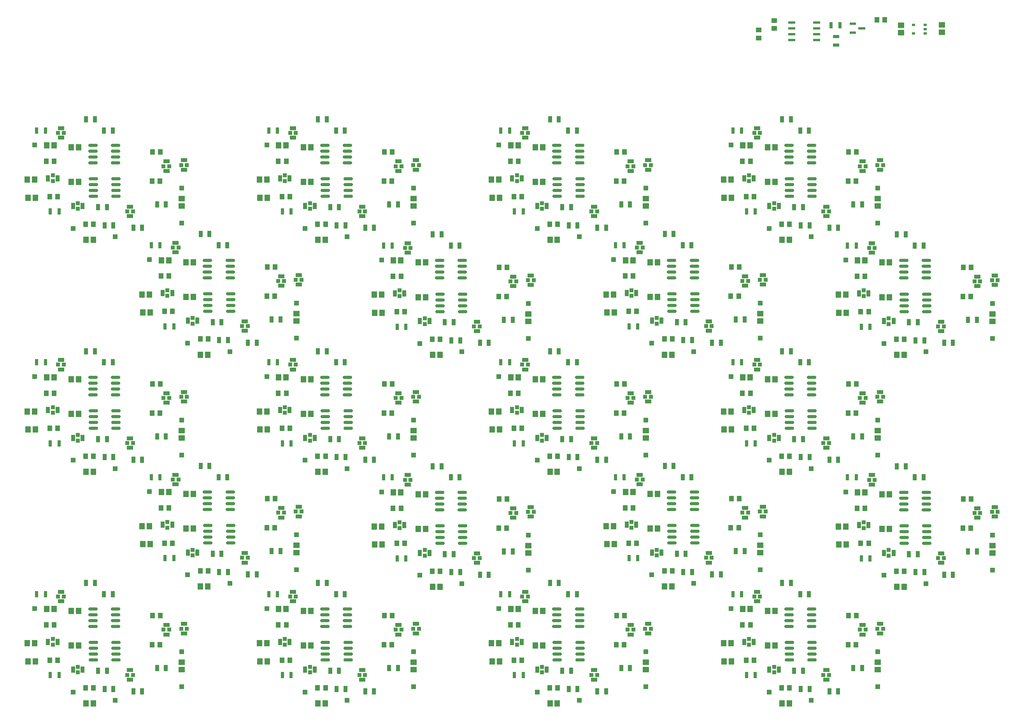
<source format=gbp>
G04 #@! TF.GenerationSoftware,KiCad,Pcbnew,7.0.2*
G04 #@! TF.CreationDate,2023-08-30T10:55:26+01:00*
G04 #@! TF.ProjectId,Air quality project,41697220-7175-4616-9c69-74792070726f,rev?*
G04 #@! TF.SameCoordinates,Original*
G04 #@! TF.FileFunction,Paste,Bot*
G04 #@! TF.FilePolarity,Positive*
%FSLAX45Y45*%
G04 Gerber Fmt 4.5, Leading zero omitted, Abs format (unit mm)*
G04 Created by KiCad (PCBNEW 7.0.2) date 2023-08-30 10:55:26*
%MOMM*%
%LPD*%
G01*
G04 APERTURE LIST*
G04 Aperture macros list*
%AMRoundRect*
0 Rectangle with rounded corners*
0 $1 Rounding radius*
0 $2 $3 $4 $5 $6 $7 $8 $9 X,Y pos of 4 corners*
0 Add a 4 corners polygon primitive as box body*
4,1,4,$2,$3,$4,$5,$6,$7,$8,$9,$2,$3,0*
0 Add four circle primitives for the rounded corners*
1,1,$1+$1,$2,$3*
1,1,$1+$1,$4,$5*
1,1,$1+$1,$6,$7*
1,1,$1+$1,$8,$9*
0 Add four rect primitives between the rounded corners*
20,1,$1+$1,$2,$3,$4,$5,0*
20,1,$1+$1,$4,$5,$6,$7,0*
20,1,$1+$1,$6,$7,$8,$9,0*
20,1,$1+$1,$8,$9,$2,$3,0*%
G04 Aperture macros list end*
%ADD10R,1.005599X1.199998*%
%ADD11R,0.800001X0.549999*%
%ADD12R,0.863600X1.346200*%
%ADD13R,0.812800X0.812800*%
%ADD14R,1.000000X1.000000*%
%ADD15R,0.914400X1.397000*%
%ADD16RoundRect,0.150000X0.825000X0.150000X-0.825000X0.150000X-0.825000X-0.150000X0.825000X-0.150000X0*%
%ADD17R,1.305598X1.449997*%
%ADD18R,1.346200X0.863600*%
%ADD19R,0.711200X1.397000*%
%ADD20R,1.449997X1.305598*%
%ADD21R,1.549400X0.558800*%
%ADD22R,1.199998X1.005599*%
%ADD23R,1.397000X0.711200*%
%ADD24R,1.320800X0.558800*%
%ADD25R,1.587500X0.558800*%
G04 APERTURE END LIST*
D10*
G04 #@! TO.C,R13_8*
X9223560Y-15812000D03*
X9053000Y-15812000D03*
G04 #@! TD*
D11*
G04 #@! TO.C,U1*
X23132000Y-2735720D03*
X23132000Y-2830720D03*
X23132000Y-2925720D03*
X22877000Y-2925720D03*
X22877000Y-2735720D03*
G04 #@! TD*
D12*
G04 #@! TO.C,U9_14*
X16842340Y-8581995D03*
X16636599Y-8581995D03*
D13*
X16739469Y-8519765D03*
X16739469Y-8644225D03*
G04 #@! TD*
D14*
G04 #@! TO.C,TP1_19*
X24594969Y-8806700D03*
G04 #@! TD*
D15*
G04 #@! TO.C,R11_10*
X12604469Y-12355500D03*
X12413969Y-12355500D03*
G04 #@! TD*
D16*
G04 #@! TO.C,U3_8*
X10560000Y-15467000D03*
X10560000Y-15594000D03*
X10560000Y-15721000D03*
X10560000Y-15848000D03*
X10065000Y-15848000D03*
X10065000Y-15721000D03*
X10065000Y-15594000D03*
X10065000Y-15467000D03*
G04 #@! TD*
D17*
G04 #@! TO.C,C7_13*
X13691440Y-16211000D03*
X13852000Y-16211000D03*
G04 #@! TD*
D12*
G04 #@! TO.C,U10_11*
X14892870Y-6686230D03*
X14687130Y-6686230D03*
D13*
X14790000Y-6624000D03*
X14790000Y-6748460D03*
G04 #@! TD*
D14*
G04 #@! TO.C,TP2_9*
X13046969Y-9863500D03*
G04 #@! TD*
D18*
G04 #@! TO.C,U8_4*
X9113240Y-8421635D03*
X9113240Y-8215895D03*
D13*
X9175470Y-8318765D03*
X9051010Y-8318765D03*
G04 #@! TD*
D14*
G04 #@! TO.C,TP5_19*
X24594969Y-9568700D03*
G04 #@! TD*
G04 #@! TO.C,TP3_16*
X19735000Y-7173000D03*
G04 #@! TD*
D15*
G04 #@! TO.C,R9_19*
X22917969Y-9614500D03*
X23108469Y-9614500D03*
G04 #@! TD*
D17*
G04 #@! TO.C,C7_9*
X11138410Y-8618500D03*
X11298969Y-8618500D03*
G04 #@! TD*
D15*
G04 #@! TO.C,R10_20*
X22904469Y-12598500D03*
X23094969Y-12598500D03*
G04 #@! TD*
D14*
G04 #@! TO.C,TP5_1*
X6948000Y-7061200D03*
G04 #@! TD*
G04 #@! TO.C,TP2_15*
X18095470Y-14906765D03*
G04 #@! TD*
D10*
G04 #@! TO.C,R4_17*
X21454000Y-11197000D03*
X21624560Y-11197000D03*
G04 #@! TD*
D14*
G04 #@! TO.C,TP3_5*
X7080469Y-14723765D03*
G04 #@! TD*
D15*
G04 #@! TO.C,R10_18*
X20407500Y-15141000D03*
X20598000Y-15141000D03*
G04 #@! TD*
D10*
G04 #@! TO.C,R4_8*
X11354000Y-16247000D03*
X11524560Y-16247000D03*
G04 #@! TD*
D14*
G04 #@! TO.C,TP3_14*
X17180470Y-9673765D03*
G04 #@! TD*
D12*
G04 #@! TO.C,U10_3*
X4792870Y-16786230D03*
X4587130Y-16786230D03*
D13*
X4690000Y-16724000D03*
X4690000Y-16848460D03*
G04 #@! TD*
D15*
G04 #@! TO.C,R9_14*
X17866470Y-9607765D03*
X18056970Y-9607765D03*
G04 #@! TD*
D10*
G04 #@! TO.C,R4_18*
X21454000Y-16247000D03*
X21624560Y-16247000D03*
G04 #@! TD*
D18*
G04 #@! TO.C,U6_16*
X22149000Y-5690260D03*
X22149000Y-5896000D03*
D13*
X22086770Y-5793130D03*
X22211230Y-5793130D03*
G04 #@! TD*
D17*
G04 #@! TO.C,C9_18*
X19857000Y-16264000D03*
X19696440Y-16264000D03*
G04 #@! TD*
D18*
G04 #@! TO.C,U8_9*
X14164739Y-8428370D03*
X14164739Y-8222630D03*
D13*
X14226969Y-8325500D03*
X14102509Y-8325500D03*
G04 #@! TD*
D19*
G04 #@! TO.C,R16_12*
X14190500Y-11857200D03*
X14381000Y-11857200D03*
G04 #@! TD*
D14*
G04 #@! TO.C,TP1_6*
X11998000Y-6299200D03*
G04 #@! TD*
D12*
G04 #@! TO.C,U9_12*
X14346870Y-11131230D03*
X14141130Y-11131230D03*
D13*
X14244000Y-11069000D03*
X14244000Y-11193460D03*
G04 #@! TD*
D14*
G04 #@! TO.C,TP3_20*
X22231970Y-14730500D03*
G04 #@! TD*
G04 #@! TO.C,TP3_13*
X14685000Y-17273000D03*
G04 #@! TD*
D19*
G04 #@! TO.C,R16_14*
X16685969Y-9307965D03*
X16876470Y-9307965D03*
G04 #@! TD*
D20*
G04 #@! TO.C,C4_3*
X6948000Y-16788560D03*
X6948000Y-16628000D03*
G04 #@! TD*
D15*
G04 #@! TO.C,R12_5*
X7815969Y-14262765D03*
X7625469Y-14262765D03*
G04 #@! TD*
D18*
G04 #@! TO.C,U6_13*
X17099000Y-15790260D03*
X17099000Y-15996000D03*
D13*
X17036770Y-15893130D03*
X17161230Y-15893130D03*
G04 #@! TD*
D14*
G04 #@! TO.C,TP1_17*
X22098000Y-11349200D03*
G04 #@! TD*
D18*
G04 #@! TO.C,U7_11*
X15927230Y-6698000D03*
X15927230Y-6903740D03*
D13*
X15865000Y-6800870D03*
X15989460Y-6800870D03*
G04 #@! TD*
D15*
G04 #@! TO.C,R12_14*
X17915970Y-9212765D03*
X17725470Y-9212765D03*
G04 #@! TD*
D10*
G04 #@! TO.C,R14_18*
X20008000Y-17184000D03*
X20178560Y-17184000D03*
G04 #@! TD*
D17*
G04 #@! TO.C,C9_3*
X4707000Y-16264000D03*
X4546440Y-16264000D03*
G04 #@! TD*
D15*
G04 #@! TO.C,R12_16*
X20470500Y-6712000D03*
X20280000Y-6712000D03*
G04 #@! TD*
G04 #@! TO.C,R12_18*
X20470500Y-16812000D03*
X20280000Y-16812000D03*
G04 #@! TD*
D20*
G04 #@! TO.C,C4_13*
X17048000Y-16788560D03*
X17048000Y-16628000D03*
G04 #@! TD*
D10*
G04 #@! TO.C,R5_7*
X11363440Y-10562000D03*
X11534000Y-10562000D03*
G04 #@! TD*
D19*
G04 #@! TO.C,R15_5*
X6288469Y-12590765D03*
X6478969Y-12590765D03*
G04 #@! TD*
D17*
G04 #@! TO.C,C5_3*
X4171560Y-15467000D03*
X4011000Y-15467000D03*
G04 #@! TD*
D20*
G04 #@! TO.C,C4_15*
X19543470Y-14239325D03*
X19543470Y-14078765D03*
G04 #@! TD*
D17*
G04 #@! TO.C,C5_19*
X21818529Y-7874500D03*
X21657970Y-7874500D03*
G04 #@! TD*
D12*
G04 #@! TO.C,U10_2*
X4792870Y-11736230D03*
X4587130Y-11736230D03*
D13*
X4690000Y-11674000D03*
X4690000Y-11798460D03*
G04 #@! TD*
D14*
G04 #@! TO.C,TP5_3*
X6948000Y-17161200D03*
G04 #@! TD*
D15*
G04 #@! TO.C,R9_16*
X20421000Y-7107000D03*
X20611500Y-7107000D03*
G04 #@! TD*
D18*
G04 #@! TO.C,U7_19*
X23474199Y-9205500D03*
X23474199Y-9411240D03*
D13*
X23411969Y-9308370D03*
X23536429Y-9308370D03*
G04 #@! TD*
D19*
G04 #@! TO.C,R15_13*
X13893000Y-15140000D03*
X14083500Y-15140000D03*
G04 #@! TD*
D17*
G04 #@! TO.C,C9_4*
X7202469Y-8664765D03*
X7041910Y-8664765D03*
G04 #@! TD*
D10*
G04 #@! TO.C,R5_6*
X11363440Y-5512000D03*
X11534000Y-5512000D03*
G04 #@! TD*
D14*
G04 #@! TO.C,TP2_1*
X5500000Y-7356000D03*
G04 #@! TD*
D17*
G04 #@! TO.C,C6_6*
X9913440Y-7423000D03*
X10074000Y-7423000D03*
G04 #@! TD*
D10*
G04 #@! TO.C,R6_10*
X11627410Y-14037500D03*
X11797969Y-14037500D03*
G04 #@! TD*
G04 #@! TO.C,R5_18*
X21463440Y-15612000D03*
X21634000Y-15612000D03*
G04 #@! TD*
D15*
G04 #@! TO.C,R12_17*
X20470500Y-11762000D03*
X20280000Y-11762000D03*
G04 #@! TD*
D18*
G04 #@! TO.C,U8_16*
X21767770Y-5920870D03*
X21767770Y-5715130D03*
D13*
X21830000Y-5818000D03*
X21705540Y-5818000D03*
G04 #@! TD*
D17*
G04 #@! TO.C,C8_14*
X16199910Y-9004765D03*
X16360469Y-9004765D03*
G04 #@! TD*
D10*
G04 #@! TO.C,R14_6*
X9908000Y-7084000D03*
X10078560Y-7084000D03*
G04 #@! TD*
D14*
G04 #@! TO.C,TP4_3*
X3752000Y-15455000D03*
G04 #@! TD*
D17*
G04 #@! TO.C,C9_15*
X17302470Y-13714765D03*
X17141910Y-13714765D03*
G04 #@! TD*
D15*
G04 #@! TO.C,R10_13*
X15357500Y-15141000D03*
X15548000Y-15141000D03*
G04 #@! TD*
D10*
G04 #@! TO.C,R14_8*
X9908000Y-17184000D03*
X10078560Y-17184000D03*
G04 #@! TD*
D15*
G04 #@! TO.C,R12_12*
X15420500Y-11762000D03*
X15230000Y-11762000D03*
G04 #@! TD*
G04 #@! TO.C,R10_7*
X10307500Y-10091000D03*
X10498000Y-10091000D03*
G04 #@! TD*
D17*
G04 #@! TO.C,C9_5*
X7202469Y-13714765D03*
X7041910Y-13714765D03*
G04 #@! TD*
D18*
G04 #@! TO.C,U8_14*
X19213240Y-8421635D03*
X19213240Y-8215895D03*
D13*
X19275470Y-8318765D03*
X19151010Y-8318765D03*
G04 #@! TD*
D15*
G04 #@! TO.C,R8_19*
X24251469Y-9162500D03*
X24060969Y-9162500D03*
G04 #@! TD*
G04 #@! TO.C,R12_19*
X22967469Y-9219500D03*
X22776969Y-9219500D03*
G04 #@! TD*
D17*
G04 #@! TO.C,C5_2*
X4171560Y-10417000D03*
X4011000Y-10417000D03*
G04 #@! TD*
D15*
G04 #@! TO.C,R7_3*
X5895500Y-17262000D03*
X6086000Y-17262000D03*
G04 #@! TD*
D10*
G04 #@! TO.C,R5_5*
X8808910Y-13062765D03*
X8979470Y-13062765D03*
G04 #@! TD*
D15*
G04 #@! TO.C,R10_16*
X20407500Y-5041000D03*
X20598000Y-5041000D03*
G04 #@! TD*
D14*
G04 #@! TO.C,TP4_12*
X13852000Y-10405000D03*
G04 #@! TD*
G04 #@! TO.C,TP2_2*
X5500000Y-12406000D03*
G04 #@! TD*
G04 #@! TO.C,TP1_13*
X17048000Y-16399200D03*
G04 #@! TD*
D15*
G04 #@! TO.C,R12_2*
X5320500Y-11762000D03*
X5130000Y-11762000D03*
G04 #@! TD*
D19*
G04 #@! TO.C,R15_6*
X8843000Y-5040000D03*
X9033500Y-5040000D03*
G04 #@! TD*
D16*
G04 #@! TO.C,U4_10*
X13065969Y-13653500D03*
X13065969Y-13780500D03*
X13065969Y-13907500D03*
X13065969Y-14034500D03*
X12570969Y-14034500D03*
X12570969Y-13907500D03*
X12570969Y-13780500D03*
X12570969Y-13653500D03*
G04 #@! TD*
D12*
G04 #@! TO.C,U9_11*
X14346870Y-6081230D03*
X14141130Y-6081230D03*
D13*
X14244000Y-6019000D03*
X14244000Y-6143460D03*
G04 #@! TD*
D17*
G04 #@! TO.C,C7_12*
X13691440Y-11161000D03*
X13852000Y-11161000D03*
G04 #@! TD*
D16*
G04 #@! TO.C,U4_6*
X10569000Y-6096000D03*
X10569000Y-6223000D03*
X10569000Y-6350000D03*
X10569000Y-6477000D03*
X10074000Y-6477000D03*
X10074000Y-6350000D03*
X10074000Y-6223000D03*
X10074000Y-6096000D03*
G04 #@! TD*
D15*
G04 #@! TO.C,R8_6*
X11654500Y-6655000D03*
X11464000Y-6655000D03*
G04 #@! TD*
D10*
G04 #@! TO.C,R5_17*
X21463440Y-10562000D03*
X21634000Y-10562000D03*
G04 #@! TD*
G04 #@! TO.C,R5_13*
X16413440Y-15612000D03*
X16584000Y-15612000D03*
G04 #@! TD*
D15*
G04 #@! TO.C,R7_16*
X21045500Y-7162000D03*
X21236000Y-7162000D03*
G04 #@! TD*
D17*
G04 #@! TO.C,C10_7*
X9757000Y-10458000D03*
X9596440Y-10458000D03*
G04 #@! TD*
D18*
G04 #@! TO.C,U7_8*
X10877230Y-16798000D03*
X10877230Y-17003740D03*
D13*
X10815000Y-16900870D03*
X10939460Y-16900870D03*
G04 #@! TD*
D14*
G04 #@! TO.C,TP1_1*
X6948000Y-6299200D03*
G04 #@! TD*
D17*
G04 #@! TO.C,C6_3*
X4863440Y-17523000D03*
X5024000Y-17523000D03*
G04 #@! TD*
D19*
G04 #@! TO.C,R16_5*
X6585969Y-14357965D03*
X6776469Y-14357965D03*
G04 #@! TD*
D20*
G04 #@! TO.C,C4_6*
X11998000Y-6688560D03*
X11998000Y-6528000D03*
G04 #@! TD*
D15*
G04 #@! TO.C,R12_10*
X12867469Y-14269500D03*
X12676969Y-14269500D03*
G04 #@! TD*
D17*
G04 #@! TO.C,C6_4*
X7358910Y-9923765D03*
X7519469Y-9923765D03*
G04 #@! TD*
D10*
G04 #@! TO.C,R13_17*
X19323560Y-10762000D03*
X19153000Y-10762000D03*
G04 #@! TD*
D18*
G04 #@! TO.C,U8_11*
X16717770Y-5920870D03*
X16717770Y-5715130D03*
D13*
X16780000Y-5818000D03*
X16655540Y-5818000D03*
G04 #@! TD*
D18*
G04 #@! TO.C,U7_9*
X13374199Y-9205500D03*
X13374199Y-9411240D03*
D13*
X13311969Y-9308370D03*
X13436429Y-9308370D03*
G04 #@! TD*
D14*
G04 #@! TO.C,TP5_10*
X14494969Y-14618700D03*
G04 #@! TD*
D16*
G04 #@! TO.C,U3_16*
X20660000Y-5367000D03*
X20660000Y-5494000D03*
X20660000Y-5621000D03*
X20660000Y-5748000D03*
X20165000Y-5748000D03*
X20165000Y-5621000D03*
X20165000Y-5494000D03*
X20165000Y-5367000D03*
G04 #@! TD*
D12*
G04 #@! TO.C,U10_16*
X19942870Y-6686230D03*
X19737130Y-6686230D03*
D13*
X19840000Y-6624000D03*
X19840000Y-6748460D03*
G04 #@! TD*
D10*
G04 #@! TO.C,R6_11*
X14180440Y-6480000D03*
X14351000Y-6480000D03*
G04 #@! TD*
G04 #@! TO.C,R6_3*
X4080440Y-16580000D03*
X4251000Y-16580000D03*
G04 #@! TD*
D15*
G04 #@! TO.C,R9_1*
X5271000Y-7107000D03*
X5461500Y-7107000D03*
G04 #@! TD*
G04 #@! TO.C,R11_3*
X5057500Y-14898000D03*
X4867000Y-14898000D03*
G04 #@! TD*
G04 #@! TO.C,R8_14*
X19199970Y-9155765D03*
X19009470Y-9155765D03*
G04 #@! TD*
D10*
G04 #@! TO.C,R5_4*
X8808910Y-8012765D03*
X8979470Y-8012765D03*
G04 #@! TD*
D17*
G04 #@! TO.C,C7_8*
X8641440Y-16211000D03*
X8802000Y-16211000D03*
G04 #@! TD*
D15*
G04 #@! TO.C,R9_3*
X5271000Y-17207000D03*
X5461500Y-17207000D03*
G04 #@! TD*
D14*
G04 #@! TO.C,TP3_8*
X9635000Y-17273000D03*
G04 #@! TD*
D10*
G04 #@! TO.C,R13_3*
X4173560Y-15812000D03*
X4003000Y-15812000D03*
G04 #@! TD*
D18*
G04 #@! TO.C,U7_18*
X20977230Y-16798000D03*
X20977230Y-17003740D03*
D13*
X20915000Y-16900870D03*
X21039460Y-16900870D03*
G04 #@! TD*
D18*
G04 #@! TO.C,U6_9*
X14545969Y-8197760D03*
X14545969Y-8403500D03*
D13*
X14483739Y-8300630D03*
X14608199Y-8300630D03*
G04 #@! TD*
D15*
G04 #@! TO.C,R11_2*
X5057500Y-9848000D03*
X4867000Y-9848000D03*
G04 #@! TD*
D21*
G04 #@! TO.C,CR1*
X20763000Y-2684720D03*
X20763000Y-2811720D03*
X20763000Y-2938720D03*
X20763000Y-3065720D03*
X20227060Y-3065720D03*
X20227060Y-2938720D03*
X20227060Y-2811720D03*
X20227060Y-2684720D03*
G04 #@! TD*
D10*
G04 #@! TO.C,R13_4*
X6669029Y-8212765D03*
X6498469Y-8212765D03*
G04 #@! TD*
D19*
G04 #@! TO.C,R16_3*
X4090500Y-16907200D03*
X4281000Y-16907200D03*
G04 #@! TD*
D14*
G04 #@! TO.C,TP4_19*
X21398970Y-7862500D03*
G04 #@! TD*
D18*
G04 #@! TO.C,U5_11*
X14421770Y-5195870D03*
X14421770Y-4990130D03*
D13*
X14484000Y-5093000D03*
X14359540Y-5093000D03*
G04 #@! TD*
D17*
G04 #@! TO.C,C5_16*
X19321560Y-5367000D03*
X19161000Y-5367000D03*
G04 #@! TD*
G04 #@! TO.C,C9_13*
X14807000Y-16264000D03*
X14646440Y-16264000D03*
G04 #@! TD*
D12*
G04 #@! TO.C,U9_5*
X6742339Y-13631995D03*
X6536599Y-13631995D03*
D13*
X6639469Y-13569765D03*
X6639469Y-13694225D03*
G04 #@! TD*
D14*
G04 #@! TO.C,TP2_20*
X23146969Y-14913500D03*
G04 #@! TD*
D18*
G04 #@! TO.C,U5_14*
X16917240Y-7696635D03*
X16917240Y-7490895D03*
D13*
X16979470Y-7593765D03*
X16855010Y-7593765D03*
G04 #@! TD*
D15*
G04 #@! TO.C,R8_17*
X21754500Y-11705000D03*
X21564000Y-11705000D03*
G04 #@! TD*
D14*
G04 #@! TO.C,TP5_7*
X11998000Y-12111200D03*
G04 #@! TD*
D10*
G04 #@! TO.C,R13_6*
X9223560Y-5712000D03*
X9053000Y-5712000D03*
G04 #@! TD*
G04 #@! TO.C,R13_13*
X14273560Y-15812000D03*
X14103000Y-15812000D03*
G04 #@! TD*
D17*
G04 #@! TO.C,C5_6*
X9221560Y-5367000D03*
X9061000Y-5367000D03*
G04 #@! TD*
G04 #@! TO.C,C8_19*
X21251410Y-9011500D03*
X21411970Y-9011500D03*
G04 #@! TD*
D15*
G04 #@! TO.C,R9_4*
X7766469Y-9607765D03*
X7956969Y-9607765D03*
G04 #@! TD*
D19*
G04 #@! TO.C,R15_15*
X16388469Y-12590765D03*
X16578969Y-12590765D03*
G04 #@! TD*
D15*
G04 #@! TO.C,R11_11*
X15157500Y-4798000D03*
X14967000Y-4798000D03*
G04 #@! TD*
D12*
G04 #@! TO.C,U10_8*
X9842870Y-16786230D03*
X9637130Y-16786230D03*
D13*
X9740000Y-16724000D03*
X9740000Y-16848460D03*
G04 #@! TD*
D19*
G04 #@! TO.C,R16_11*
X14190500Y-6807200D03*
X14381000Y-6807200D03*
G04 #@! TD*
G04 #@! TO.C,R15_11*
X13893000Y-5040000D03*
X14083500Y-5040000D03*
G04 #@! TD*
D17*
G04 #@! TO.C,C6_13*
X14963440Y-17523000D03*
X15124000Y-17523000D03*
G04 #@! TD*
D19*
G04 #@! TO.C,R15_4*
X6288469Y-7540765D03*
X6478969Y-7540765D03*
G04 #@! TD*
D17*
G04 #@! TO.C,C7_17*
X18741440Y-11161000D03*
X18902000Y-11161000D03*
G04 #@! TD*
D22*
G04 #@! TO.C,R_CLK1*
X19840000Y-2819560D03*
X19840000Y-2649000D03*
G04 #@! TD*
D15*
G04 #@! TO.C,R10_3*
X5257500Y-15141000D03*
X5448000Y-15141000D03*
G04 #@! TD*
D17*
G04 #@! TO.C,C9_9*
X12253969Y-8671500D03*
X12093410Y-8671500D03*
G04 #@! TD*
D15*
G04 #@! TO.C,R9_5*
X7766469Y-14657765D03*
X7956969Y-14657765D03*
G04 #@! TD*
G04 #@! TO.C,R9_11*
X15371000Y-7107000D03*
X15561500Y-7107000D03*
G04 #@! TD*
D14*
G04 #@! TO.C,TP4_10*
X11298969Y-12912500D03*
G04 #@! TD*
G04 #@! TO.C,TP4_4*
X6247469Y-7855765D03*
G04 #@! TD*
G04 #@! TO.C,TP4_1*
X3752000Y-5355000D03*
G04 #@! TD*
D10*
G04 #@! TO.C,R6_6*
X9130440Y-6480000D03*
X9301000Y-6480000D03*
G04 #@! TD*
D18*
G04 #@! TO.C,U8_2*
X6617770Y-10970870D03*
X6617770Y-10765130D03*
D13*
X6680000Y-10868000D03*
X6555540Y-10868000D03*
G04 #@! TD*
D17*
G04 #@! TO.C,C10_8*
X9757000Y-15508000D03*
X9596440Y-15508000D03*
G04 #@! TD*
G04 #@! TO.C,C6_8*
X9913440Y-17523000D03*
X10074000Y-17523000D03*
G04 #@! TD*
D14*
G04 #@! TO.C,TP3_18*
X19735000Y-17273000D03*
G04 #@! TD*
G04 #@! TO.C,TP2_5*
X7995469Y-14906765D03*
G04 #@! TD*
D19*
G04 #@! TO.C,R16_2*
X4090500Y-11857200D03*
X4281000Y-11857200D03*
G04 #@! TD*
D14*
G04 #@! TO.C,TP1_9*
X14494969Y-8806700D03*
G04 #@! TD*
D12*
G04 #@! TO.C,U9_10*
X11793839Y-13638730D03*
X11588099Y-13638730D03*
D13*
X11690969Y-13576500D03*
X11690969Y-13700960D03*
G04 #@! TD*
D16*
G04 #@! TO.C,U4_20*
X23165969Y-13653500D03*
X23165969Y-13780500D03*
X23165969Y-13907500D03*
X23165969Y-14034500D03*
X22670969Y-14034500D03*
X22670969Y-13907500D03*
X22670969Y-13780500D03*
X22670969Y-13653500D03*
G04 #@! TD*
D17*
G04 #@! TO.C,C6_12*
X14963440Y-12473000D03*
X15124000Y-12473000D03*
G04 #@! TD*
D14*
G04 #@! TO.C,TP5_17*
X22098000Y-12111200D03*
G04 #@! TD*
D17*
G04 #@! TO.C,C9_12*
X14807000Y-11214000D03*
X14646440Y-11214000D03*
G04 #@! TD*
D10*
G04 #@! TO.C,R13_11*
X14273560Y-5712000D03*
X14103000Y-5712000D03*
G04 #@! TD*
D20*
G04 #@! TO.C,C2*
X22604000Y-2747000D03*
X22604000Y-2907560D03*
G04 #@! TD*
D15*
G04 #@! TO.C,R10_17*
X20407500Y-10091000D03*
X20598000Y-10091000D03*
G04 #@! TD*
D18*
G04 #@! TO.C,U8_5*
X9113240Y-13471635D03*
X9113240Y-13265895D03*
D13*
X9175470Y-13368765D03*
X9051010Y-13368765D03*
G04 #@! TD*
D17*
G04 #@! TO.C,C5_9*
X11718529Y-7874500D03*
X11557969Y-7874500D03*
G04 #@! TD*
D18*
G04 #@! TO.C,U7_14*
X18422700Y-9198765D03*
X18422700Y-9404505D03*
D13*
X18360470Y-9301635D03*
X18484930Y-9301635D03*
G04 #@! TD*
D18*
G04 #@! TO.C,U8_10*
X14164739Y-13478370D03*
X14164739Y-13272630D03*
D13*
X14226969Y-13375500D03*
X14102509Y-13375500D03*
G04 #@! TD*
D12*
G04 #@! TO.C,U9_15*
X16842340Y-13631995D03*
X16636599Y-13631995D03*
D13*
X16739469Y-13569765D03*
X16739469Y-13694225D03*
G04 #@! TD*
D15*
G04 #@! TO.C,R12_13*
X15420500Y-16812000D03*
X15230000Y-16812000D03*
G04 #@! TD*
D17*
G04 #@! TO.C,C9_16*
X19857000Y-6164000D03*
X19696440Y-6164000D03*
G04 #@! TD*
D19*
G04 #@! TO.C,R15_19*
X21439970Y-7547500D03*
X21630470Y-7547500D03*
G04 #@! TD*
G04 #@! TO.C,R16_18*
X19240500Y-16907200D03*
X19431000Y-16907200D03*
G04 #@! TD*
D17*
G04 #@! TO.C,C9_14*
X17302470Y-8664765D03*
X17141910Y-8664765D03*
G04 #@! TD*
D15*
G04 #@! TO.C,R10_5*
X7752969Y-12591765D03*
X7943469Y-12591765D03*
G04 #@! TD*
D10*
G04 #@! TO.C,R4_10*
X13850969Y-13704500D03*
X14021529Y-13704500D03*
G04 #@! TD*
D14*
G04 #@! TO.C,TP5_8*
X11998000Y-17161200D03*
G04 #@! TD*
D10*
G04 #@! TO.C,R13_1*
X4173560Y-5712000D03*
X4003000Y-5712000D03*
G04 #@! TD*
D14*
G04 #@! TO.C,TP3_17*
X19735000Y-12223000D03*
G04 #@! TD*
G04 #@! TO.C,TP5_2*
X6948000Y-12111200D03*
G04 #@! TD*
D10*
G04 #@! TO.C,R13_15*
X16769029Y-13262765D03*
X16598469Y-13262765D03*
G04 #@! TD*
D17*
G04 #@! TO.C,C8_11*
X13704440Y-6504000D03*
X13865000Y-6504000D03*
G04 #@! TD*
D14*
G04 #@! TO.C,TP4_14*
X16347469Y-7855765D03*
G04 #@! TD*
D18*
G04 #@! TO.C,U7_10*
X13374199Y-14255500D03*
X13374199Y-14461240D03*
D13*
X13311969Y-14358370D03*
X13436429Y-14358370D03*
G04 #@! TD*
D16*
G04 #@! TO.C,U3_3*
X5510000Y-15467000D03*
X5510000Y-15594000D03*
X5510000Y-15721000D03*
X5510000Y-15848000D03*
X5015000Y-15848000D03*
X5015000Y-15721000D03*
X5015000Y-15594000D03*
X5015000Y-15467000D03*
G04 #@! TD*
D15*
G04 #@! TO.C,R9_6*
X10321000Y-7107000D03*
X10511500Y-7107000D03*
G04 #@! TD*
G04 #@! TO.C,R9_8*
X10321000Y-17207000D03*
X10511500Y-17207000D03*
G04 #@! TD*
G04 #@! TO.C,R11_15*
X17652970Y-12348765D03*
X17462470Y-12348765D03*
G04 #@! TD*
D14*
G04 #@! TO.C,TP5_13*
X17048000Y-17161200D03*
G04 #@! TD*
D16*
G04 #@! TO.C,U3_13*
X15610000Y-15467000D03*
X15610000Y-15594000D03*
X15610000Y-15721000D03*
X15610000Y-15848000D03*
X15115000Y-15848000D03*
X15115000Y-15721000D03*
X15115000Y-15594000D03*
X15115000Y-15467000D03*
G04 #@! TD*
G04 #@! TO.C,U4_9*
X13065969Y-8603500D03*
X13065969Y-8730500D03*
X13065969Y-8857500D03*
X13065969Y-8984500D03*
X12570969Y-8984500D03*
X12570969Y-8857500D03*
X12570969Y-8730500D03*
X12570969Y-8603500D03*
G04 #@! TD*
D15*
G04 #@! TO.C,R7_4*
X8390970Y-9662765D03*
X8581470Y-9662765D03*
G04 #@! TD*
D10*
G04 #@! TO.C,R14_14*
X17453470Y-9584765D03*
X17624029Y-9584765D03*
G04 #@! TD*
G04 #@! TO.C,R6_15*
X16675910Y-14030765D03*
X16846470Y-14030765D03*
G04 #@! TD*
D17*
G04 #@! TO.C,C7_6*
X8641440Y-6111000D03*
X8802000Y-6111000D03*
G04 #@! TD*
D14*
G04 #@! TO.C,TP3_11*
X14685000Y-7173000D03*
G04 #@! TD*
D17*
G04 #@! TO.C,C10_9*
X12253969Y-7915500D03*
X12093410Y-7915500D03*
G04 #@! TD*
D15*
G04 #@! TO.C,R12_15*
X17915970Y-14262765D03*
X17725470Y-14262765D03*
G04 #@! TD*
D12*
G04 #@! TO.C,U10_1*
X4792870Y-6686230D03*
X4587130Y-6686230D03*
D13*
X4690000Y-6624000D03*
X4690000Y-6748460D03*
G04 #@! TD*
D14*
G04 #@! TO.C,TP3_7*
X9635000Y-12223000D03*
G04 #@! TD*
D19*
G04 #@! TO.C,R15_20*
X21439970Y-12597500D03*
X21630470Y-12597500D03*
G04 #@! TD*
D15*
G04 #@! TO.C,R10_19*
X22904469Y-7548500D03*
X23094969Y-7548500D03*
G04 #@! TD*
D17*
G04 #@! TO.C,C5_18*
X19321560Y-15467000D03*
X19161000Y-15467000D03*
G04 #@! TD*
G04 #@! TO.C,C6_20*
X22510410Y-14980500D03*
X22670969Y-14980500D03*
G04 #@! TD*
D10*
G04 #@! TO.C,R14_13*
X14958000Y-17184000D03*
X15128560Y-17184000D03*
G04 #@! TD*
D16*
G04 #@! TO.C,U3_4*
X8005469Y-7867765D03*
X8005469Y-7994765D03*
X8005469Y-8121765D03*
X8005469Y-8248765D03*
X7510469Y-8248765D03*
X7510469Y-8121765D03*
X7510469Y-7994765D03*
X7510469Y-7867765D03*
G04 #@! TD*
D12*
G04 #@! TO.C,U10_4*
X7288339Y-9186995D03*
X7082599Y-9186995D03*
D13*
X7185469Y-9124765D03*
X7185469Y-9249225D03*
G04 #@! TD*
D17*
G04 #@! TO.C,C5_8*
X9221560Y-15467000D03*
X9061000Y-15467000D03*
G04 #@! TD*
D14*
G04 #@! TO.C,TP1_16*
X22098000Y-6299200D03*
G04 #@! TD*
D17*
G04 #@! TO.C,C7_18*
X18741440Y-16211000D03*
X18902000Y-16211000D03*
G04 #@! TD*
D19*
G04 #@! TO.C,R16_7*
X9140500Y-11857200D03*
X9331000Y-11857200D03*
G04 #@! TD*
D17*
G04 #@! TO.C,C10_11*
X14807000Y-5408000D03*
X14646440Y-5408000D03*
G04 #@! TD*
D15*
G04 #@! TO.C,R10_4*
X7752969Y-7541765D03*
X7943469Y-7541765D03*
G04 #@! TD*
D16*
G04 #@! TO.C,U3_10*
X13056969Y-12924500D03*
X13056969Y-13051500D03*
X13056969Y-13178500D03*
X13056969Y-13305500D03*
X12561969Y-13305500D03*
X12561969Y-13178500D03*
X12561969Y-13051500D03*
X12561969Y-12924500D03*
G04 #@! TD*
D18*
G04 #@! TO.C,U5_1*
X4321770Y-5195870D03*
X4321770Y-4990130D03*
D13*
X4384000Y-5093000D03*
X4259540Y-5093000D03*
G04 #@! TD*
D15*
G04 #@! TO.C,R10_1*
X5257500Y-5041000D03*
X5448000Y-5041000D03*
G04 #@! TD*
D19*
G04 #@! TO.C,R16_10*
X11637469Y-14364700D03*
X11827969Y-14364700D03*
G04 #@! TD*
D16*
G04 #@! TO.C,U3_7*
X10560000Y-10417000D03*
X10560000Y-10544000D03*
X10560000Y-10671000D03*
X10560000Y-10798000D03*
X10065000Y-10798000D03*
X10065000Y-10671000D03*
X10065000Y-10544000D03*
X10065000Y-10417000D03*
G04 #@! TD*
D10*
G04 #@! TO.C,R13_12*
X14273560Y-10762000D03*
X14103000Y-10762000D03*
G04 #@! TD*
D17*
G04 #@! TO.C,C9_7*
X9757000Y-11214000D03*
X9596440Y-11214000D03*
G04 #@! TD*
G04 #@! TO.C,C7_7*
X8641440Y-11161000D03*
X8802000Y-11161000D03*
G04 #@! TD*
D18*
G04 #@! TO.C,U7_17*
X20977230Y-11748000D03*
X20977230Y-11953740D03*
D13*
X20915000Y-11850870D03*
X21039460Y-11850870D03*
G04 #@! TD*
D18*
G04 #@! TO.C,U7_13*
X15927230Y-16798000D03*
X15927230Y-17003740D03*
D13*
X15865000Y-16900870D03*
X15989460Y-16900870D03*
G04 #@! TD*
D10*
G04 #@! TO.C,R14_17*
X20008000Y-12134000D03*
X20178560Y-12134000D03*
G04 #@! TD*
D17*
G04 #@! TO.C,C6_2*
X4863440Y-12473000D03*
X5024000Y-12473000D03*
G04 #@! TD*
G04 #@! TO.C,C8_1*
X3604440Y-6504000D03*
X3765000Y-6504000D03*
G04 #@! TD*
D15*
G04 #@! TO.C,R12_1*
X5320500Y-6712000D03*
X5130000Y-6712000D03*
G04 #@! TD*
D12*
G04 #@! TO.C,U10_6*
X9842870Y-6686230D03*
X9637130Y-6686230D03*
D13*
X9740000Y-6624000D03*
X9740000Y-6748460D03*
G04 #@! TD*
D14*
G04 #@! TO.C,TP3_6*
X9635000Y-7173000D03*
G04 #@! TD*
D15*
G04 #@! TO.C,R7_17*
X21045500Y-12212000D03*
X21236000Y-12212000D03*
G04 #@! TD*
D10*
G04 #@! TO.C,R14_7*
X9908000Y-12134000D03*
X10078560Y-12134000D03*
G04 #@! TD*
D19*
G04 #@! TO.C,R16_20*
X21737470Y-14364700D03*
X21927970Y-14364700D03*
G04 #@! TD*
D15*
G04 #@! TO.C,R9_10*
X12817969Y-14664500D03*
X13008469Y-14664500D03*
G04 #@! TD*
D19*
G04 #@! TO.C,R15_3*
X3793000Y-15140000D03*
X3983500Y-15140000D03*
G04 #@! TD*
D18*
G04 #@! TO.C,U6_4*
X9494470Y-8191025D03*
X9494470Y-8396765D03*
D13*
X9432240Y-8293895D03*
X9556700Y-8293895D03*
G04 #@! TD*
D18*
G04 #@! TO.C,U6_2*
X6999000Y-10740260D03*
X6999000Y-10946000D03*
D13*
X6936770Y-10843130D03*
X7061230Y-10843130D03*
G04 #@! TD*
D12*
G04 #@! TO.C,U10_13*
X14892870Y-16786230D03*
X14687130Y-16786230D03*
D13*
X14790000Y-16724000D03*
X14790000Y-16848460D03*
G04 #@! TD*
D19*
G04 #@! TO.C,R16_19*
X21737470Y-9314700D03*
X21927970Y-9314700D03*
G04 #@! TD*
D15*
G04 #@! TO.C,R7_5*
X8390970Y-14712765D03*
X8581470Y-14712765D03*
G04 #@! TD*
D10*
G04 #@! TO.C,R14_19*
X22504969Y-9591500D03*
X22675529Y-9591500D03*
G04 #@! TD*
D17*
G04 #@! TO.C,C5_14*
X16767029Y-7867765D03*
X16606469Y-7867765D03*
G04 #@! TD*
D18*
G04 #@! TO.C,U5_19*
X21968740Y-7703370D03*
X21968740Y-7497630D03*
D13*
X22030970Y-7600500D03*
X21906510Y-7600500D03*
G04 #@! TD*
D10*
G04 #@! TO.C,R5_12*
X16413440Y-10562000D03*
X16584000Y-10562000D03*
G04 #@! TD*
D15*
G04 #@! TO.C,R8_1*
X6604500Y-6655000D03*
X6414000Y-6655000D03*
G04 #@! TD*
D10*
G04 #@! TO.C,R5_20*
X23960410Y-13069500D03*
X24130969Y-13069500D03*
G04 #@! TD*
D18*
G04 #@! TO.C,U5_17*
X19471770Y-10245870D03*
X19471770Y-10040130D03*
D13*
X19534000Y-10143000D03*
X19409540Y-10143000D03*
G04 #@! TD*
D16*
G04 #@! TO.C,U3_9*
X13056969Y-7874500D03*
X13056969Y-8001500D03*
X13056969Y-8128500D03*
X13056969Y-8255500D03*
X12561969Y-8255500D03*
X12561969Y-8128500D03*
X12561969Y-8001500D03*
X12561969Y-7874500D03*
G04 #@! TD*
D18*
G04 #@! TO.C,U5_6*
X9371770Y-5195870D03*
X9371770Y-4990130D03*
D13*
X9434000Y-5093000D03*
X9309540Y-5093000D03*
G04 #@! TD*
D15*
G04 #@! TO.C,R7_19*
X23542469Y-9669500D03*
X23732969Y-9669500D03*
G04 #@! TD*
G04 #@! TO.C,R11_7*
X10107500Y-9848000D03*
X9917000Y-9848000D03*
G04 #@! TD*
D18*
G04 #@! TO.C,U6_7*
X12049000Y-10740260D03*
X12049000Y-10946000D03*
D13*
X11986770Y-10843130D03*
X12111230Y-10843130D03*
G04 #@! TD*
D17*
G04 #@! TO.C,C6_1*
X4863440Y-7423000D03*
X5024000Y-7423000D03*
G04 #@! TD*
D16*
G04 #@! TO.C,U4_17*
X20669000Y-11146000D03*
X20669000Y-11273000D03*
X20669000Y-11400000D03*
X20669000Y-11527000D03*
X20174000Y-11527000D03*
X20174000Y-11400000D03*
X20174000Y-11273000D03*
X20174000Y-11146000D03*
G04 #@! TD*
G04 #@! TO.C,U4_3*
X5519000Y-16196000D03*
X5519000Y-16323000D03*
X5519000Y-16450000D03*
X5519000Y-16577000D03*
X5024000Y-16577000D03*
X5024000Y-16450000D03*
X5024000Y-16323000D03*
X5024000Y-16196000D03*
G04 #@! TD*
D19*
G04 #@! TO.C,R16_15*
X16685969Y-14357965D03*
X16876470Y-14357965D03*
G04 #@! TD*
D10*
G04 #@! TO.C,R13_18*
X19323560Y-15812000D03*
X19153000Y-15812000D03*
G04 #@! TD*
D17*
G04 #@! TO.C,C8_4*
X6099910Y-9004765D03*
X6260469Y-9004765D03*
G04 #@! TD*
G04 #@! TO.C,C8_9*
X11151410Y-9011500D03*
X11311969Y-9011500D03*
G04 #@! TD*
D15*
G04 #@! TO.C,R11_18*
X20207500Y-14898000D03*
X20017000Y-14898000D03*
G04 #@! TD*
D20*
G04 #@! TO.C,C4_17*
X22098000Y-11738560D03*
X22098000Y-11578000D03*
G04 #@! TD*
G04 #@! TO.C,C1*
X23492000Y-2737720D03*
X23492000Y-2898280D03*
G04 #@! TD*
D19*
G04 #@! TO.C,R16_1*
X4090500Y-6807200D03*
X4281000Y-6807200D03*
G04 #@! TD*
D15*
G04 #@! TO.C,R7_7*
X10945500Y-12212000D03*
X11136000Y-12212000D03*
G04 #@! TD*
D10*
G04 #@! TO.C,R13_14*
X16769029Y-8212765D03*
X16598469Y-8212765D03*
G04 #@! TD*
G04 #@! TO.C,R6_4*
X6575910Y-8980765D03*
X6746469Y-8980765D03*
G04 #@! TD*
G04 #@! TO.C,R14_20*
X22504969Y-14641500D03*
X22675529Y-14641500D03*
G04 #@! TD*
D16*
G04 #@! TO.C,U4_2*
X5519000Y-11146000D03*
X5519000Y-11273000D03*
X5519000Y-11400000D03*
X5519000Y-11527000D03*
X5024000Y-11527000D03*
X5024000Y-11400000D03*
X5024000Y-11273000D03*
X5024000Y-11146000D03*
G04 #@! TD*
D15*
G04 #@! TO.C,R10_2*
X5257500Y-10091000D03*
X5448000Y-10091000D03*
G04 #@! TD*
D17*
G04 #@! TO.C,C6_14*
X17458910Y-9923765D03*
X17619470Y-9923765D03*
G04 #@! TD*
D15*
G04 #@! TO.C,R10_12*
X15357500Y-10091000D03*
X15548000Y-10091000D03*
G04 #@! TD*
D14*
G04 #@! TO.C,TP2_10*
X13046969Y-14913500D03*
G04 #@! TD*
D17*
G04 #@! TO.C,C8_15*
X16199910Y-14054765D03*
X16360469Y-14054765D03*
G04 #@! TD*
G04 #@! TO.C,C5_11*
X14271560Y-5367000D03*
X14111000Y-5367000D03*
G04 #@! TD*
D18*
G04 #@! TO.C,U7_4*
X8322699Y-9198765D03*
X8322699Y-9404505D03*
D13*
X8260469Y-9301635D03*
X8384929Y-9301635D03*
G04 #@! TD*
D18*
G04 #@! TO.C,U6_18*
X22149000Y-15790260D03*
X22149000Y-15996000D03*
D13*
X22086770Y-15893130D03*
X22211230Y-15893130D03*
G04 #@! TD*
D17*
G04 #@! TO.C,C7_11*
X13691440Y-6111000D03*
X13852000Y-6111000D03*
G04 #@! TD*
D15*
G04 #@! TO.C,R7_1*
X5895500Y-7162000D03*
X6086000Y-7162000D03*
G04 #@! TD*
D17*
G04 #@! TO.C,C5_13*
X14271560Y-15467000D03*
X14111000Y-15467000D03*
G04 #@! TD*
D10*
G04 #@! TO.C,R4_12*
X16404000Y-11197000D03*
X16574560Y-11197000D03*
G04 #@! TD*
D12*
G04 #@! TO.C,U10_9*
X12339839Y-9193730D03*
X12134099Y-9193730D03*
D13*
X12236969Y-9131500D03*
X12236969Y-9255960D03*
G04 #@! TD*
D15*
G04 #@! TO.C,R7_9*
X13442469Y-9669500D03*
X13632969Y-9669500D03*
G04 #@! TD*
D14*
G04 #@! TO.C,TP2_13*
X15600000Y-17456000D03*
G04 #@! TD*
D20*
G04 #@! TO.C,C4_1*
X6948000Y-6688560D03*
X6948000Y-6528000D03*
G04 #@! TD*
D17*
G04 #@! TO.C,C8_20*
X21251410Y-14061500D03*
X21411970Y-14061500D03*
G04 #@! TD*
D10*
G04 #@! TO.C,R4_1*
X6304000Y-6147000D03*
X6474560Y-6147000D03*
G04 #@! TD*
D17*
G04 #@! TO.C,C6_9*
X12410410Y-9930500D03*
X12570969Y-9930500D03*
G04 #@! TD*
D13*
G04 #@! TO.C,U6_19*
X24708199Y-8300630D03*
X24583739Y-8300630D03*
D18*
X24645969Y-8403500D03*
X24645969Y-8197760D03*
G04 #@! TD*
D17*
G04 #@! TO.C,C7_1*
X3591440Y-6111000D03*
X3752000Y-6111000D03*
G04 #@! TD*
D14*
G04 #@! TO.C,TP2_7*
X10550000Y-12406000D03*
G04 #@! TD*
D17*
G04 #@! TO.C,C6_18*
X20013440Y-17523000D03*
X20174000Y-17523000D03*
G04 #@! TD*
G04 #@! TO.C,C9_19*
X22353970Y-8671500D03*
X22193410Y-8671500D03*
G04 #@! TD*
D15*
G04 #@! TO.C,R7_20*
X23542469Y-14719500D03*
X23732969Y-14719500D03*
G04 #@! TD*
D12*
G04 #@! TO.C,U9_4*
X6742339Y-8581995D03*
X6536599Y-8581995D03*
D13*
X6639469Y-8519765D03*
X6639469Y-8644225D03*
G04 #@! TD*
D18*
G04 #@! TO.C,U5_8*
X9371770Y-15295870D03*
X9371770Y-15090130D03*
D13*
X9434000Y-15193000D03*
X9309540Y-15193000D03*
G04 #@! TD*
D17*
G04 #@! TO.C,C10_12*
X14807000Y-10458000D03*
X14646440Y-10458000D03*
G04 #@! TD*
D16*
G04 #@! TO.C,U4_7*
X10569000Y-11146000D03*
X10569000Y-11273000D03*
X10569000Y-11400000D03*
X10569000Y-11527000D03*
X10074000Y-11527000D03*
X10074000Y-11400000D03*
X10074000Y-11273000D03*
X10074000Y-11146000D03*
G04 #@! TD*
D14*
G04 #@! TO.C,TP4_9*
X11298969Y-7862500D03*
G04 #@! TD*
D12*
G04 #@! TO.C,U9_9*
X11793839Y-8588730D03*
X11588099Y-8588730D03*
D13*
X11690969Y-8526500D03*
X11690969Y-8650960D03*
G04 #@! TD*
D17*
G04 #@! TO.C,C10_3*
X4707000Y-15508000D03*
X4546440Y-15508000D03*
G04 #@! TD*
D10*
G04 #@! TO.C,R5_2*
X6313440Y-10562000D03*
X6484000Y-10562000D03*
G04 #@! TD*
G04 #@! TO.C,R6_17*
X19230440Y-11530000D03*
X19401000Y-11530000D03*
G04 #@! TD*
D15*
G04 #@! TO.C,R7_13*
X15995500Y-17262000D03*
X16186000Y-17262000D03*
G04 #@! TD*
D14*
G04 #@! TO.C,TP3_12*
X14685000Y-12223000D03*
G04 #@! TD*
D19*
G04 #@! TO.C,R16_4*
X6585969Y-9307965D03*
X6776469Y-9307965D03*
G04 #@! TD*
G04 #@! TO.C,R15_12*
X13893000Y-10090000D03*
X14083500Y-10090000D03*
G04 #@! TD*
D14*
G04 #@! TO.C,TP2_18*
X20650000Y-17456000D03*
G04 #@! TD*
D15*
G04 #@! TO.C,R9_2*
X5271000Y-12157000D03*
X5461500Y-12157000D03*
G04 #@! TD*
D19*
G04 #@! TO.C,R16_17*
X19240500Y-11857200D03*
X19431000Y-11857200D03*
G04 #@! TD*
D14*
G04 #@! TO.C,TP2_11*
X15600000Y-7356000D03*
G04 #@! TD*
D10*
G04 #@! TO.C,R6_18*
X19230440Y-16580000D03*
X19401000Y-16580000D03*
G04 #@! TD*
G04 #@! TO.C,R4_9*
X13850969Y-8654500D03*
X14021529Y-8654500D03*
G04 #@! TD*
D19*
G04 #@! TO.C,R16_16*
X19240500Y-6807200D03*
X19431000Y-6807200D03*
G04 #@! TD*
D14*
G04 #@! TO.C,TP3_9*
X12131969Y-9680500D03*
G04 #@! TD*
D17*
G04 #@! TO.C,C6_11*
X14963440Y-7423000D03*
X15124000Y-7423000D03*
G04 #@! TD*
D15*
G04 #@! TO.C,R8_4*
X9099970Y-9155765D03*
X8909470Y-9155765D03*
G04 #@! TD*
D18*
G04 #@! TO.C,U7_6*
X10877230Y-6698000D03*
X10877230Y-6903740D03*
D13*
X10815000Y-6800870D03*
X10939460Y-6800870D03*
G04 #@! TD*
D17*
G04 #@! TO.C,C7_3*
X3591440Y-16211000D03*
X3752000Y-16211000D03*
G04 #@! TD*
D14*
G04 #@! TO.C,TP1_5*
X9443470Y-13849965D03*
G04 #@! TD*
D15*
G04 #@! TO.C,R7_15*
X18490970Y-14712765D03*
X18681470Y-14712765D03*
G04 #@! TD*
D17*
G04 #@! TO.C,C5_15*
X16767029Y-12917765D03*
X16606469Y-12917765D03*
G04 #@! TD*
D10*
G04 #@! TO.C,R5_14*
X18908910Y-8012765D03*
X19079470Y-8012765D03*
G04 #@! TD*
D15*
G04 #@! TO.C,R11_14*
X17652970Y-7298765D03*
X17462470Y-7298765D03*
G04 #@! TD*
D10*
G04 #@! TO.C,R13_16*
X19323560Y-5712000D03*
X19153000Y-5712000D03*
G04 #@! TD*
D14*
G04 #@! TO.C,TP1_10*
X14494969Y-13856700D03*
G04 #@! TD*
D10*
G04 #@! TO.C,R5_16*
X21463440Y-5512000D03*
X21634000Y-5512000D03*
G04 #@! TD*
D17*
G04 #@! TO.C,C5_17*
X19321560Y-10417000D03*
X19161000Y-10417000D03*
G04 #@! TD*
D16*
G04 #@! TO.C,U3_11*
X15610000Y-5367000D03*
X15610000Y-5494000D03*
X15610000Y-5621000D03*
X15610000Y-5748000D03*
X15115000Y-5748000D03*
X15115000Y-5621000D03*
X15115000Y-5494000D03*
X15115000Y-5367000D03*
G04 #@! TD*
D18*
G04 #@! TO.C,U8_12*
X16717770Y-10970870D03*
X16717770Y-10765130D03*
D13*
X16780000Y-10868000D03*
X16655540Y-10868000D03*
G04 #@! TD*
D12*
G04 #@! TO.C,U10_10*
X12339839Y-14243730D03*
X12134099Y-14243730D03*
D13*
X12236969Y-14181500D03*
X12236969Y-14305960D03*
G04 #@! TD*
D17*
G04 #@! TO.C,C9_20*
X22353970Y-13721500D03*
X22193410Y-13721500D03*
G04 #@! TD*
D10*
G04 #@! TO.C,R5_3*
X6313440Y-15612000D03*
X6484000Y-15612000D03*
G04 #@! TD*
G04 #@! TO.C,R4_14*
X18899470Y-8647765D03*
X19070029Y-8647765D03*
G04 #@! TD*
D14*
G04 #@! TO.C,TP1_2*
X6948000Y-11349200D03*
G04 #@! TD*
D10*
G04 #@! TO.C,R6_20*
X21727410Y-14037500D03*
X21897970Y-14037500D03*
G04 #@! TD*
D15*
G04 #@! TO.C,R8_10*
X14151469Y-14212500D03*
X13960969Y-14212500D03*
G04 #@! TD*
G04 #@! TO.C,R11_13*
X15157500Y-14898000D03*
X14967000Y-14898000D03*
G04 #@! TD*
D18*
G04 #@! TO.C,U6_8*
X12049000Y-15790260D03*
X12049000Y-15996000D03*
D13*
X11986770Y-15893130D03*
X12111230Y-15893130D03*
G04 #@! TD*
D17*
G04 #@! TO.C,C10_10*
X12253969Y-12965500D03*
X12093410Y-12965500D03*
G04 #@! TD*
D15*
G04 #@! TO.C,R8_8*
X11654500Y-16755000D03*
X11464000Y-16755000D03*
G04 #@! TD*
G04 #@! TO.C,R9_15*
X17866470Y-14657765D03*
X18056970Y-14657765D03*
G04 #@! TD*
G04 #@! TO.C,R12_11*
X15420500Y-6712000D03*
X15230000Y-6712000D03*
G04 #@! TD*
D18*
G04 #@! TO.C,U6_14*
X19594470Y-8191025D03*
X19594470Y-8396765D03*
D13*
X19532240Y-8293895D03*
X19656700Y-8293895D03*
G04 #@! TD*
D10*
G04 #@! TO.C,R5_11*
X16413440Y-5512000D03*
X16584000Y-5512000D03*
G04 #@! TD*
D16*
G04 #@! TO.C,U4_19*
X23165969Y-8603500D03*
X23165969Y-8730500D03*
X23165969Y-8857500D03*
X23165969Y-8984500D03*
X22670969Y-8984500D03*
X22670969Y-8857500D03*
X22670969Y-8730500D03*
X22670969Y-8603500D03*
G04 #@! TD*
D12*
G04 #@! TO.C,U9_3*
X4246870Y-16181230D03*
X4041130Y-16181230D03*
D13*
X4144000Y-16119000D03*
X4144000Y-16243460D03*
G04 #@! TD*
D14*
G04 #@! TO.C,TP1_20*
X24594969Y-13856700D03*
G04 #@! TD*
D10*
G04 #@! TO.C,R4_13*
X16404000Y-16247000D03*
X16574560Y-16247000D03*
G04 #@! TD*
D14*
G04 #@! TO.C,TP4_2*
X3752000Y-10405000D03*
G04 #@! TD*
G04 #@! TO.C,TP5_18*
X22098000Y-17161200D03*
G04 #@! TD*
D18*
G04 #@! TO.C,U6_6*
X12049000Y-5690260D03*
X12049000Y-5896000D03*
D13*
X11986770Y-5793130D03*
X12111230Y-5793130D03*
G04 #@! TD*
D14*
G04 #@! TO.C,TP5_20*
X24594969Y-14618700D03*
G04 #@! TD*
D17*
G04 #@! TO.C,C10_6*
X9757000Y-5408000D03*
X9596440Y-5408000D03*
G04 #@! TD*
D18*
G04 #@! TO.C,U8_1*
X6617770Y-5920870D03*
X6617770Y-5715130D03*
D13*
X6680000Y-5818000D03*
X6555540Y-5818000D03*
G04 #@! TD*
D14*
G04 #@! TO.C,TP3_1*
X4585000Y-7173000D03*
G04 #@! TD*
D15*
G04 #@! TO.C,R10_14*
X17852970Y-7541765D03*
X18043470Y-7541765D03*
G04 #@! TD*
D17*
G04 #@! TO.C,C7_4*
X6086910Y-8611765D03*
X6247469Y-8611765D03*
G04 #@! TD*
D16*
G04 #@! TO.C,U4_5*
X8014469Y-13646765D03*
X8014469Y-13773765D03*
X8014469Y-13900765D03*
X8014469Y-14027765D03*
X7519469Y-14027765D03*
X7519469Y-13900765D03*
X7519469Y-13773765D03*
X7519469Y-13646765D03*
G04 #@! TD*
D18*
G04 #@! TO.C,U5_15*
X16917240Y-12746635D03*
X16917240Y-12540895D03*
D13*
X16979470Y-12643765D03*
X16855010Y-12643765D03*
G04 #@! TD*
D14*
G04 #@! TO.C,TP5_9*
X14494969Y-9568700D03*
G04 #@! TD*
D18*
G04 #@! TO.C,U5_10*
X11868739Y-12753370D03*
X11868739Y-12547630D03*
D13*
X11930969Y-12650500D03*
X11806509Y-12650500D03*
G04 #@! TD*
D15*
G04 #@! TO.C,R7_6*
X10945500Y-7162000D03*
X11136000Y-7162000D03*
G04 #@! TD*
G04 #@! TO.C,R9_12*
X15371000Y-12157000D03*
X15561500Y-12157000D03*
G04 #@! TD*
D10*
G04 #@! TO.C,R6_12*
X14180440Y-11530000D03*
X14351000Y-11530000D03*
G04 #@! TD*
D20*
G04 #@! TO.C,C4_7*
X11998000Y-11738560D03*
X11998000Y-11578000D03*
G04 #@! TD*
D18*
G04 #@! TO.C,U5_5*
X6817239Y-12746635D03*
X6817239Y-12540895D03*
D13*
X6879469Y-12643765D03*
X6755009Y-12643765D03*
G04 #@! TD*
D19*
G04 #@! TO.C,R15_10*
X11339969Y-12597500D03*
X11530469Y-12597500D03*
G04 #@! TD*
G04 #@! TO.C,R15_17*
X18943000Y-10090000D03*
X19133500Y-10090000D03*
G04 #@! TD*
D14*
G04 #@! TO.C,TP5_15*
X19543470Y-14611965D03*
G04 #@! TD*
D12*
G04 #@! TO.C,U9_13*
X14346870Y-16181230D03*
X14141130Y-16181230D03*
D13*
X14244000Y-16119000D03*
X14244000Y-16243460D03*
G04 #@! TD*
D14*
G04 #@! TO.C,TP5_6*
X11998000Y-7061200D03*
G04 #@! TD*
D17*
G04 #@! TO.C,C8_16*
X18754440Y-6504000D03*
X18915000Y-6504000D03*
G04 #@! TD*
D16*
G04 #@! TO.C,U3_5*
X8005469Y-12917765D03*
X8005469Y-13044765D03*
X8005469Y-13171765D03*
X8005469Y-13298765D03*
X7510469Y-13298765D03*
X7510469Y-13171765D03*
X7510469Y-13044765D03*
X7510469Y-12917765D03*
G04 #@! TD*
D15*
G04 #@! TO.C,R9_18*
X20421000Y-17207000D03*
X20611500Y-17207000D03*
G04 #@! TD*
D12*
G04 #@! TO.C,U10_7*
X9842870Y-11736230D03*
X9637130Y-11736230D03*
D13*
X9740000Y-11674000D03*
X9740000Y-11798460D03*
G04 #@! TD*
D16*
G04 #@! TO.C,U3_2*
X5510000Y-10417000D03*
X5510000Y-10544000D03*
X5510000Y-10671000D03*
X5510000Y-10798000D03*
X5015000Y-10798000D03*
X5015000Y-10671000D03*
X5015000Y-10544000D03*
X5015000Y-10417000D03*
G04 #@! TD*
D20*
G04 #@! TO.C,C4_5*
X9443470Y-14239325D03*
X9443470Y-14078765D03*
G04 #@! TD*
D18*
G04 #@! TO.C,U5_13*
X14421770Y-15295870D03*
X14421770Y-15090130D03*
D13*
X14484000Y-15193000D03*
X14359540Y-15193000D03*
G04 #@! TD*
D10*
G04 #@! TO.C,R5_19*
X23960410Y-8019500D03*
X24130969Y-8019500D03*
G04 #@! TD*
D18*
G04 #@! TO.C,U7_5*
X8322699Y-14248765D03*
X8322699Y-14454505D03*
D13*
X8260469Y-14351635D03*
X8384929Y-14351635D03*
G04 #@! TD*
D14*
G04 #@! TO.C,TP1_15*
X19543470Y-13849965D03*
G04 #@! TD*
G04 #@! TO.C,TP2_16*
X20650000Y-7356000D03*
G04 #@! TD*
D19*
G04 #@! TO.C,R15_2*
X3793000Y-10090000D03*
X3983500Y-10090000D03*
G04 #@! TD*
D18*
G04 #@! TO.C,U7_12*
X15927230Y-11748000D03*
X15927230Y-11953740D03*
D13*
X15865000Y-11850870D03*
X15989460Y-11850870D03*
G04 #@! TD*
D20*
G04 #@! TO.C,C4_8*
X11998000Y-16788560D03*
X11998000Y-16628000D03*
G04 #@! TD*
D12*
G04 #@! TO.C,U10_18*
X19942870Y-16786230D03*
X19737130Y-16786230D03*
D13*
X19840000Y-16724000D03*
X19840000Y-16848460D03*
G04 #@! TD*
D12*
G04 #@! TO.C,U9_2*
X4246870Y-11131230D03*
X4041130Y-11131230D03*
D13*
X4144000Y-11069000D03*
X4144000Y-11193460D03*
G04 #@! TD*
D12*
G04 #@! TO.C,U9_19*
X21893840Y-8588730D03*
X21688100Y-8588730D03*
D13*
X21790970Y-8526500D03*
X21790970Y-8650960D03*
G04 #@! TD*
D23*
G04 #@! TO.C,R3*
X21190000Y-2991000D03*
X21190000Y-3181500D03*
G04 #@! TD*
D18*
G04 #@! TO.C,U5_7*
X9371770Y-10245870D03*
X9371770Y-10040130D03*
D13*
X9434000Y-10143000D03*
X9309540Y-10143000D03*
G04 #@! TD*
D14*
G04 #@! TO.C,TP2_3*
X5500000Y-17456000D03*
G04 #@! TD*
D20*
G04 #@! TO.C,C4_20*
X24594969Y-14246060D03*
X24594969Y-14085500D03*
G04 #@! TD*
D18*
G04 #@! TO.C,U5_18*
X19471770Y-15295870D03*
X19471770Y-15090130D03*
D13*
X19534000Y-15193000D03*
X19409540Y-15193000D03*
G04 #@! TD*
D14*
G04 #@! TO.C,TP4_11*
X13852000Y-5355000D03*
G04 #@! TD*
G04 #@! TO.C,TP5_4*
X9443470Y-9561965D03*
G04 #@! TD*
D16*
G04 #@! TO.C,U3_12*
X15610000Y-10417000D03*
X15610000Y-10544000D03*
X15610000Y-10671000D03*
X15610000Y-10798000D03*
X15115000Y-10798000D03*
X15115000Y-10671000D03*
X15115000Y-10544000D03*
X15115000Y-10417000D03*
G04 #@! TD*
D17*
G04 #@! TO.C,C5_12*
X14271560Y-10417000D03*
X14111000Y-10417000D03*
G04 #@! TD*
D16*
G04 #@! TO.C,U4_11*
X15619000Y-6096000D03*
X15619000Y-6223000D03*
X15619000Y-6350000D03*
X15619000Y-6477000D03*
X15124000Y-6477000D03*
X15124000Y-6350000D03*
X15124000Y-6223000D03*
X15124000Y-6096000D03*
G04 #@! TD*
D15*
G04 #@! TO.C,R10_8*
X10307500Y-15141000D03*
X10498000Y-15141000D03*
G04 #@! TD*
D16*
G04 #@! TO.C,U3_19*
X23156969Y-7874500D03*
X23156969Y-8001500D03*
X23156969Y-8128500D03*
X23156969Y-8255500D03*
X22661969Y-8255500D03*
X22661969Y-8128500D03*
X22661969Y-8001500D03*
X22661969Y-7874500D03*
G04 #@! TD*
D18*
G04 #@! TO.C,U8_15*
X19213240Y-13471635D03*
X19213240Y-13265895D03*
D13*
X19275470Y-13368765D03*
X19151010Y-13368765D03*
G04 #@! TD*
D16*
G04 #@! TO.C,U4_12*
X15619000Y-11146000D03*
X15619000Y-11273000D03*
X15619000Y-11400000D03*
X15619000Y-11527000D03*
X15124000Y-11527000D03*
X15124000Y-11400000D03*
X15124000Y-11273000D03*
X15124000Y-11146000D03*
G04 #@! TD*
D18*
G04 #@! TO.C,U5_20*
X21968740Y-12753370D03*
X21968740Y-12547630D03*
D13*
X22030970Y-12650500D03*
X21906510Y-12650500D03*
G04 #@! TD*
D15*
G04 #@! TO.C,R7_2*
X5895500Y-12212000D03*
X6086000Y-12212000D03*
G04 #@! TD*
G04 #@! TO.C,R11_12*
X15157500Y-9848000D03*
X14967000Y-9848000D03*
G04 #@! TD*
D18*
G04 #@! TO.C,U5_12*
X14421770Y-10245870D03*
X14421770Y-10040130D03*
D13*
X14484000Y-10143000D03*
X14359540Y-10143000D03*
G04 #@! TD*
D14*
G04 #@! TO.C,TP4_17*
X18902000Y-10405000D03*
G04 #@! TD*
D20*
G04 #@! TO.C,C4_12*
X17048000Y-11738560D03*
X17048000Y-11578000D03*
G04 #@! TD*
D14*
G04 #@! TO.C,TP5_14*
X19543470Y-9561965D03*
G04 #@! TD*
D17*
G04 #@! TO.C,C6_5*
X7358910Y-14973765D03*
X7519469Y-14973765D03*
G04 #@! TD*
G04 #@! TO.C,C10_14*
X17302470Y-7908765D03*
X17141910Y-7908765D03*
G04 #@! TD*
D18*
G04 #@! TO.C,U5_3*
X4321770Y-15295870D03*
X4321770Y-15090130D03*
D13*
X4384000Y-15193000D03*
X4259540Y-15193000D03*
G04 #@! TD*
D15*
G04 #@! TO.C,R11_1*
X5057500Y-4798000D03*
X4867000Y-4798000D03*
G04 #@! TD*
D17*
G04 #@! TO.C,C6_15*
X17458910Y-14973765D03*
X17619470Y-14973765D03*
G04 #@! TD*
D16*
G04 #@! TO.C,U3_15*
X18105470Y-12917765D03*
X18105470Y-13044765D03*
X18105470Y-13171765D03*
X18105470Y-13298765D03*
X17610470Y-13298765D03*
X17610470Y-13171765D03*
X17610470Y-13044765D03*
X17610470Y-12917765D03*
G04 #@! TD*
D17*
G04 #@! TO.C,C5_1*
X4171560Y-5367000D03*
X4011000Y-5367000D03*
G04 #@! TD*
G04 #@! TO.C,C6_19*
X22510410Y-9930500D03*
X22670969Y-9930500D03*
G04 #@! TD*
D18*
G04 #@! TO.C,U6_15*
X19594470Y-13241025D03*
X19594470Y-13446765D03*
D13*
X19532240Y-13343895D03*
X19656700Y-13343895D03*
G04 #@! TD*
D17*
G04 #@! TO.C,C9_1*
X4707000Y-6164000D03*
X4546440Y-6164000D03*
G04 #@! TD*
D15*
G04 #@! TO.C,R8_2*
X6604500Y-11705000D03*
X6414000Y-11705000D03*
G04 #@! TD*
G04 #@! TO.C,R8_12*
X16704500Y-11705000D03*
X16514000Y-11705000D03*
G04 #@! TD*
G04 #@! TO.C,R8_3*
X6604500Y-16755000D03*
X6414000Y-16755000D03*
G04 #@! TD*
D17*
G04 #@! TO.C,C7_14*
X16186910Y-8611765D03*
X16347469Y-8611765D03*
G04 #@! TD*
D18*
G04 #@! TO.C,U8_18*
X21767770Y-16020870D03*
X21767770Y-15815130D03*
D13*
X21830000Y-15918000D03*
X21705540Y-15918000D03*
G04 #@! TD*
D17*
G04 #@! TO.C,C8_12*
X13704440Y-11554000D03*
X13865000Y-11554000D03*
G04 #@! TD*
G04 #@! TO.C,C5_20*
X21818529Y-12924500D03*
X21657970Y-12924500D03*
G04 #@! TD*
D16*
G04 #@! TO.C,U3_17*
X20660000Y-10417000D03*
X20660000Y-10544000D03*
X20660000Y-10671000D03*
X20660000Y-10798000D03*
X20165000Y-10798000D03*
X20165000Y-10671000D03*
X20165000Y-10544000D03*
X20165000Y-10417000D03*
G04 #@! TD*
D18*
G04 #@! TO.C,U5_2*
X4321770Y-10245870D03*
X4321770Y-10040130D03*
D13*
X4384000Y-10143000D03*
X4259540Y-10143000D03*
G04 #@! TD*
D10*
G04 #@! TO.C,R4_19*
X23950969Y-8654500D03*
X24121529Y-8654500D03*
G04 #@! TD*
D12*
G04 #@! TO.C,U10_5*
X7288339Y-14236995D03*
X7082599Y-14236995D03*
D13*
X7185469Y-14174765D03*
X7185469Y-14299225D03*
G04 #@! TD*
D15*
G04 #@! TO.C,R10_10*
X12804469Y-12598500D03*
X12994969Y-12598500D03*
G04 #@! TD*
D10*
G04 #@! TO.C,R6_13*
X14180440Y-16580000D03*
X14351000Y-16580000D03*
G04 #@! TD*
D17*
G04 #@! TO.C,C7_15*
X16186910Y-13661765D03*
X16347469Y-13661765D03*
G04 #@! TD*
D14*
G04 #@! TO.C,TP5_11*
X17048000Y-7061200D03*
G04 #@! TD*
D15*
G04 #@! TO.C,R9_13*
X15371000Y-17207000D03*
X15561500Y-17207000D03*
G04 #@! TD*
G04 #@! TO.C,R12_8*
X10370500Y-16812000D03*
X10180000Y-16812000D03*
G04 #@! TD*
D16*
G04 #@! TO.C,U4_8*
X10569000Y-16196000D03*
X10569000Y-16323000D03*
X10569000Y-16450000D03*
X10569000Y-16577000D03*
X10074000Y-16577000D03*
X10074000Y-16450000D03*
X10074000Y-16323000D03*
X10074000Y-16196000D03*
G04 #@! TD*
D10*
G04 #@! TO.C,R13_10*
X11720529Y-13269500D03*
X11549969Y-13269500D03*
G04 #@! TD*
D15*
G04 #@! TO.C,R11_8*
X10107500Y-14898000D03*
X9917000Y-14898000D03*
G04 #@! TD*
D14*
G04 #@! TO.C,TP3_3*
X4585000Y-17273000D03*
G04 #@! TD*
D18*
G04 #@! TO.C,U5_9*
X11868739Y-7703370D03*
X11868739Y-7497630D03*
D13*
X11930969Y-7600500D03*
X11806509Y-7600500D03*
G04 #@! TD*
D14*
G04 #@! TO.C,TP4_18*
X18902000Y-15455000D03*
G04 #@! TD*
D17*
G04 #@! TO.C,C10_1*
X4707000Y-5408000D03*
X4546440Y-5408000D03*
G04 #@! TD*
D15*
G04 #@! TO.C,R12_20*
X22967469Y-14269500D03*
X22776969Y-14269500D03*
G04 #@! TD*
D10*
G04 #@! TO.C,R6_2*
X4080440Y-11530000D03*
X4251000Y-11530000D03*
G04 #@! TD*
G04 #@! TO.C,R6_7*
X9130440Y-11530000D03*
X9301000Y-11530000D03*
G04 #@! TD*
G04 #@! TO.C,R14_5*
X7353469Y-14634765D03*
X7524029Y-14634765D03*
G04 #@! TD*
D14*
G04 #@! TO.C,TP1_12*
X17048000Y-11349200D03*
G04 #@! TD*
D17*
G04 #@! TO.C,C10_5*
X7202469Y-12958765D03*
X7041910Y-12958765D03*
G04 #@! TD*
D18*
G04 #@! TO.C,U8_20*
X24264739Y-13478370D03*
X24264739Y-13272630D03*
D13*
X24326969Y-13375500D03*
X24202509Y-13375500D03*
G04 #@! TD*
D14*
G04 #@! TO.C,TP4_5*
X6247469Y-12905765D03*
G04 #@! TD*
D17*
G04 #@! TO.C,C10_19*
X22353970Y-7915500D03*
X22193410Y-7915500D03*
G04 #@! TD*
G04 #@! TO.C,C10_17*
X19857000Y-10458000D03*
X19696440Y-10458000D03*
G04 #@! TD*
D19*
G04 #@! TO.C,R15_8*
X8843000Y-15140000D03*
X9033500Y-15140000D03*
G04 #@! TD*
G04 #@! TO.C,R16_13*
X14190500Y-16907200D03*
X14381000Y-16907200D03*
G04 #@! TD*
D17*
G04 #@! TO.C,C9_2*
X4707000Y-11214000D03*
X4546440Y-11214000D03*
G04 #@! TD*
D15*
G04 #@! TO.C,R11_20*
X22704469Y-12355500D03*
X22513969Y-12355500D03*
G04 #@! TD*
D12*
G04 #@! TO.C,U9_8*
X9296870Y-16181230D03*
X9091130Y-16181230D03*
D13*
X9194000Y-16119000D03*
X9194000Y-16243460D03*
G04 #@! TD*
D18*
G04 #@! TO.C,U7_20*
X23474199Y-14255500D03*
X23474199Y-14461240D03*
D13*
X23411969Y-14358370D03*
X23536429Y-14358370D03*
G04 #@! TD*
D12*
G04 #@! TO.C,U9_20*
X21893840Y-13638730D03*
X21688100Y-13638730D03*
D13*
X21790970Y-13576500D03*
X21790970Y-13700960D03*
G04 #@! TD*
D18*
G04 #@! TO.C,U6_3*
X6999000Y-15790260D03*
X6999000Y-15996000D03*
D13*
X6936770Y-15893130D03*
X7061230Y-15893130D03*
G04 #@! TD*
D14*
G04 #@! TO.C,TP4_16*
X18902000Y-5355000D03*
G04 #@! TD*
D12*
G04 #@! TO.C,U9_1*
X4246870Y-6081230D03*
X4041130Y-6081230D03*
D13*
X4144000Y-6019000D03*
X4144000Y-6143460D03*
G04 #@! TD*
D10*
G04 #@! TO.C,R4_16*
X21454000Y-6147000D03*
X21624560Y-6147000D03*
G04 #@! TD*
G04 #@! TO.C,R4_3*
X6304000Y-16247000D03*
X6474560Y-16247000D03*
G04 #@! TD*
D15*
G04 #@! TO.C,R9_20*
X22917969Y-14664500D03*
X23108469Y-14664500D03*
G04 #@! TD*
D14*
G04 #@! TO.C,TP3_2*
X4585000Y-12223000D03*
G04 #@! TD*
D12*
G04 #@! TO.C,U9_17*
X19396870Y-11131230D03*
X19191130Y-11131230D03*
D13*
X19294000Y-11069000D03*
X19294000Y-11193460D03*
G04 #@! TD*
D18*
G04 #@! TO.C,U6_20*
X24645969Y-13247760D03*
X24645969Y-13453500D03*
D13*
X24583739Y-13350630D03*
X24708199Y-13350630D03*
G04 #@! TD*
D14*
G04 #@! TO.C,TP5_12*
X17048000Y-12111200D03*
G04 #@! TD*
D18*
G04 #@! TO.C,U7_7*
X10877230Y-11748000D03*
X10877230Y-11953740D03*
D13*
X10815000Y-11850870D03*
X10939460Y-11850870D03*
G04 #@! TD*
D22*
G04 #@! TO.C,R_DAT1*
X19508000Y-3024560D03*
X19508000Y-2854000D03*
G04 #@! TD*
D10*
G04 #@! TO.C,R6_1*
X4080440Y-6480000D03*
X4251000Y-6480000D03*
G04 #@! TD*
D15*
G04 #@! TO.C,R8_7*
X11654500Y-11705000D03*
X11464000Y-11705000D03*
G04 #@! TD*
D18*
G04 #@! TO.C,U8_8*
X11667770Y-16020870D03*
X11667770Y-15815130D03*
D13*
X11730000Y-15918000D03*
X11605540Y-15918000D03*
G04 #@! TD*
D14*
G04 #@! TO.C,TP4_20*
X21398970Y-12912500D03*
G04 #@! TD*
D10*
G04 #@! TO.C,R13_9*
X11720529Y-8219500D03*
X11549969Y-8219500D03*
G04 #@! TD*
D18*
G04 #@! TO.C,U7_16*
X20977230Y-6698000D03*
X20977230Y-6903740D03*
D13*
X20915000Y-6800870D03*
X21039460Y-6800870D03*
G04 #@! TD*
D12*
G04 #@! TO.C,U9_18*
X19396870Y-16181230D03*
X19191130Y-16181230D03*
D13*
X19294000Y-16119000D03*
X19294000Y-16243460D03*
G04 #@! TD*
D14*
G04 #@! TO.C,TP4_6*
X8802000Y-5355000D03*
G04 #@! TD*
G04 #@! TO.C,TP3_15*
X17180470Y-14723765D03*
G04 #@! TD*
D20*
G04 #@! TO.C,C4_4*
X9443470Y-9189325D03*
X9443470Y-9028765D03*
G04 #@! TD*
D12*
G04 #@! TO.C,U10_12*
X14892870Y-11736230D03*
X14687130Y-11736230D03*
D13*
X14790000Y-11674000D03*
X14790000Y-11798460D03*
G04 #@! TD*
D10*
G04 #@! TO.C,R13_20*
X21820529Y-13269500D03*
X21649970Y-13269500D03*
G04 #@! TD*
D17*
G04 #@! TO.C,C5_4*
X6667029Y-7867765D03*
X6506469Y-7867765D03*
G04 #@! TD*
D15*
G04 #@! TO.C,R10_15*
X17852970Y-12591765D03*
X18043470Y-12591765D03*
G04 #@! TD*
D20*
G04 #@! TO.C,C4_9*
X14494969Y-9196060D03*
X14494969Y-9035500D03*
G04 #@! TD*
D18*
G04 #@! TO.C,U7_15*
X18422700Y-14248765D03*
X18422700Y-14454505D03*
D13*
X18360470Y-14351635D03*
X18484930Y-14351635D03*
G04 #@! TD*
D10*
G04 #@! TO.C,R13_19*
X21820529Y-8219500D03*
X21649970Y-8219500D03*
G04 #@! TD*
D17*
G04 #@! TO.C,C6_17*
X20013440Y-12473000D03*
X20174000Y-12473000D03*
G04 #@! TD*
G04 #@! TO.C,C8_17*
X18754440Y-11554000D03*
X18915000Y-11554000D03*
G04 #@! TD*
D10*
G04 #@! TO.C,R4_2*
X6304000Y-11197000D03*
X6474560Y-11197000D03*
G04 #@! TD*
D14*
G04 #@! TO.C,TP3_10*
X12131969Y-14730500D03*
G04 #@! TD*
D16*
G04 #@! TO.C,U4_18*
X20669000Y-16196000D03*
X20669000Y-16323000D03*
X20669000Y-16450000D03*
X20669000Y-16577000D03*
X20174000Y-16577000D03*
X20174000Y-16450000D03*
X20174000Y-16323000D03*
X20174000Y-16196000D03*
G04 #@! TD*
D10*
G04 #@! TO.C,R5_1*
X6313440Y-5512000D03*
X6484000Y-5512000D03*
G04 #@! TD*
G04 #@! TO.C,R14_10*
X12404969Y-14641500D03*
X12575529Y-14641500D03*
G04 #@! TD*
G04 #@! TO.C,R4_5*
X8799470Y-13697765D03*
X8970029Y-13697765D03*
G04 #@! TD*
D14*
G04 #@! TO.C,TP2_8*
X10550000Y-17456000D03*
G04 #@! TD*
D16*
G04 #@! TO.C,U4_14*
X18114470Y-8596765D03*
X18114470Y-8723765D03*
X18114470Y-8850765D03*
X18114470Y-8977765D03*
X17619470Y-8977765D03*
X17619470Y-8850765D03*
X17619470Y-8723765D03*
X17619470Y-8596765D03*
G04 #@! TD*
D15*
G04 #@! TO.C,R7_11*
X15995500Y-7162000D03*
X16186000Y-7162000D03*
G04 #@! TD*
D18*
G04 #@! TO.C,U8_3*
X6617770Y-16020870D03*
X6617770Y-15815130D03*
D13*
X6680000Y-15918000D03*
X6555540Y-15918000D03*
G04 #@! TD*
D15*
G04 #@! TO.C,R7_18*
X21045500Y-17262000D03*
X21236000Y-17262000D03*
G04 #@! TD*
D10*
G04 #@! TO.C,R4_15*
X18899470Y-13697765D03*
X19070029Y-13697765D03*
G04 #@! TD*
G04 #@! TO.C,R14_11*
X14958000Y-7084000D03*
X15128560Y-7084000D03*
G04 #@! TD*
D15*
G04 #@! TO.C,R12_6*
X10370500Y-6712000D03*
X10180000Y-6712000D03*
G04 #@! TD*
G04 #@! TO.C,R12_3*
X5320500Y-16812000D03*
X5130000Y-16812000D03*
G04 #@! TD*
D10*
G04 #@! TO.C,R5_10*
X13860410Y-13069500D03*
X14030969Y-13069500D03*
G04 #@! TD*
D17*
G04 #@! TO.C,C10_15*
X17302470Y-12958765D03*
X17141910Y-12958765D03*
G04 #@! TD*
D18*
G04 #@! TO.C,U6_1*
X6999000Y-5690260D03*
X6999000Y-5896000D03*
D13*
X6936770Y-5793130D03*
X7061230Y-5793130D03*
G04 #@! TD*
D10*
G04 #@! TO.C,R14_3*
X4858000Y-17184000D03*
X5028560Y-17184000D03*
G04 #@! TD*
D15*
G04 #@! TO.C,R11_16*
X20207500Y-4798000D03*
X20017000Y-4798000D03*
G04 #@! TD*
D17*
G04 #@! TO.C,C7_16*
X18741440Y-6111000D03*
X18902000Y-6111000D03*
G04 #@! TD*
D12*
G04 #@! TO.C,U10_17*
X19942870Y-11736230D03*
X19737130Y-11736230D03*
D13*
X19840000Y-11674000D03*
X19840000Y-11798460D03*
G04 #@! TD*
D17*
G04 #@! TO.C,C7_2*
X3591440Y-11161000D03*
X3752000Y-11161000D03*
G04 #@! TD*
D15*
G04 #@! TO.C,R10_6*
X10307500Y-5041000D03*
X10498000Y-5041000D03*
G04 #@! TD*
D24*
G04 #@! TO.C,U2*
X21558140Y-2907720D03*
X21558140Y-2717720D03*
D25*
X21748005Y-2812720D03*
G04 #@! TD*
D17*
G04 #@! TO.C,C8_5*
X6099910Y-14054765D03*
X6260469Y-14054765D03*
G04 #@! TD*
D20*
G04 #@! TO.C,C4_18*
X22098000Y-16788560D03*
X22098000Y-16628000D03*
G04 #@! TD*
D10*
G04 #@! TO.C,R1*
X22247000Y-2628000D03*
X22076440Y-2628000D03*
G04 #@! TD*
D20*
G04 #@! TO.C,C4_10*
X14494969Y-14246060D03*
X14494969Y-14085500D03*
G04 #@! TD*
D10*
G04 #@! TO.C,R14_4*
X7353469Y-9584765D03*
X7524029Y-9584765D03*
G04 #@! TD*
D15*
G04 #@! TO.C,R11_19*
X22704469Y-7305500D03*
X22513969Y-7305500D03*
G04 #@! TD*
D14*
G04 #@! TO.C,TP3_4*
X7080469Y-9673765D03*
G04 #@! TD*
D17*
G04 #@! TO.C,C8_6*
X8654440Y-6504000D03*
X8815000Y-6504000D03*
G04 #@! TD*
D19*
G04 #@! TO.C,R16_9*
X11637469Y-9314700D03*
X11827969Y-9314700D03*
G04 #@! TD*
D12*
G04 #@! TO.C,U10_19*
X22439839Y-9193730D03*
X22234100Y-9193730D03*
D13*
X22336970Y-9131500D03*
X22336970Y-9255960D03*
G04 #@! TD*
D17*
G04 #@! TO.C,C9_8*
X9757000Y-16264000D03*
X9596440Y-16264000D03*
G04 #@! TD*
D13*
G04 #@! TO.C,U6_17*
X22211230Y-10843130D03*
X22086770Y-10843130D03*
D18*
X22149000Y-10946000D03*
X22149000Y-10740260D03*
G04 #@! TD*
D14*
G04 #@! TO.C,TP2_4*
X7995469Y-9856765D03*
G04 #@! TD*
G04 #@! TO.C,TP3_19*
X22231970Y-9680500D03*
G04 #@! TD*
D15*
G04 #@! TO.C,R8_9*
X14151469Y-9162500D03*
X13960969Y-9162500D03*
G04 #@! TD*
D10*
G04 #@! TO.C,R14_16*
X20008000Y-7084000D03*
X20178560Y-7084000D03*
G04 #@! TD*
D18*
G04 #@! TO.C,U7_1*
X5827230Y-6698000D03*
X5827230Y-6903740D03*
D13*
X5765000Y-6800870D03*
X5889460Y-6800870D03*
G04 #@! TD*
D17*
G04 #@! TO.C,C9_6*
X9757000Y-6164000D03*
X9596440Y-6164000D03*
G04 #@! TD*
D16*
G04 #@! TO.C,U3_18*
X20660000Y-15467000D03*
X20660000Y-15594000D03*
X20660000Y-15721000D03*
X20660000Y-15848000D03*
X20165000Y-15848000D03*
X20165000Y-15721000D03*
X20165000Y-15594000D03*
X20165000Y-15467000D03*
G04 #@! TD*
G04 #@! TO.C,U4_1*
X5519000Y-6096000D03*
X5519000Y-6223000D03*
X5519000Y-6350000D03*
X5519000Y-6477000D03*
X5024000Y-6477000D03*
X5024000Y-6350000D03*
X5024000Y-6223000D03*
X5024000Y-6096000D03*
G04 #@! TD*
D10*
G04 #@! TO.C,R14_1*
X4858000Y-7084000D03*
X5028560Y-7084000D03*
G04 #@! TD*
D14*
G04 #@! TO.C,TP2_14*
X18095470Y-9856765D03*
G04 #@! TD*
D19*
G04 #@! TO.C,R15_1*
X3793000Y-5040000D03*
X3983500Y-5040000D03*
G04 #@! TD*
D10*
G04 #@! TO.C,R13_7*
X9223560Y-10762000D03*
X9053000Y-10762000D03*
G04 #@! TD*
D18*
G04 #@! TO.C,U5_16*
X19471770Y-5195870D03*
X19471770Y-4990130D03*
D13*
X19534000Y-5093000D03*
X19409540Y-5093000D03*
G04 #@! TD*
D18*
G04 #@! TO.C,U6_11*
X17099000Y-5690260D03*
X17099000Y-5896000D03*
D13*
X17036770Y-5793130D03*
X17161230Y-5793130D03*
G04 #@! TD*
D18*
G04 #@! TO.C,U6_10*
X14545969Y-13247760D03*
X14545969Y-13453500D03*
D13*
X14483739Y-13350630D03*
X14608199Y-13350630D03*
G04 #@! TD*
D12*
G04 #@! TO.C,U9_16*
X19396870Y-6081230D03*
X19191130Y-6081230D03*
D13*
X19294000Y-6019000D03*
X19294000Y-6143460D03*
G04 #@! TD*
D15*
G04 #@! TO.C,R11_9*
X12604469Y-7305500D03*
X12413969Y-7305500D03*
G04 #@! TD*
G04 #@! TO.C,R11_5*
X7552969Y-12348765D03*
X7362469Y-12348765D03*
G04 #@! TD*
D17*
G04 #@! TO.C,C8_2*
X3604440Y-11554000D03*
X3765000Y-11554000D03*
G04 #@! TD*
D18*
G04 #@! TO.C,U8_13*
X16717770Y-16020870D03*
X16717770Y-15815130D03*
D13*
X16780000Y-15918000D03*
X16655540Y-15918000D03*
G04 #@! TD*
D19*
G04 #@! TO.C,R2*
X21275000Y-2745000D03*
X21084500Y-2745000D03*
G04 #@! TD*
D20*
G04 #@! TO.C,C4_2*
X6948000Y-11738560D03*
X6948000Y-11578000D03*
G04 #@! TD*
D10*
G04 #@! TO.C,R4_20*
X23950969Y-13704500D03*
X24121529Y-13704500D03*
G04 #@! TD*
D15*
G04 #@! TO.C,R7_12*
X15995500Y-12212000D03*
X16186000Y-12212000D03*
G04 #@! TD*
D14*
G04 #@! TO.C,TP1_14*
X19543470Y-8799965D03*
G04 #@! TD*
G04 #@! TO.C,TP1_4*
X9443470Y-8799965D03*
G04 #@! TD*
D20*
G04 #@! TO.C,C4_19*
X24594969Y-9196060D03*
X24594969Y-9035500D03*
G04 #@! TD*
D14*
G04 #@! TO.C,TP1_18*
X22098000Y-16399200D03*
G04 #@! TD*
D10*
G04 #@! TO.C,R6_16*
X19230440Y-6480000D03*
X19401000Y-6480000D03*
G04 #@! TD*
D12*
G04 #@! TO.C,U9_6*
X9296870Y-6081230D03*
X9091130Y-6081230D03*
D13*
X9194000Y-6019000D03*
X9194000Y-6143460D03*
G04 #@! TD*
D19*
G04 #@! TO.C,R16_8*
X9140500Y-16907200D03*
X9331000Y-16907200D03*
G04 #@! TD*
D17*
G04 #@! TO.C,C7_5*
X6086910Y-13661765D03*
X6247469Y-13661765D03*
G04 #@! TD*
D12*
G04 #@! TO.C,U10_15*
X17388340Y-14236995D03*
X17182600Y-14236995D03*
D13*
X17285470Y-14174765D03*
X17285470Y-14299225D03*
G04 #@! TD*
D18*
G04 #@! TO.C,U8_7*
X11667770Y-10970870D03*
X11667770Y-10765130D03*
D13*
X11730000Y-10868000D03*
X11605540Y-10868000D03*
G04 #@! TD*
D10*
G04 #@! TO.C,R6_9*
X11627410Y-8987500D03*
X11797969Y-8987500D03*
G04 #@! TD*
D18*
G04 #@! TO.C,U8_17*
X21767770Y-10970870D03*
X21767770Y-10765130D03*
D13*
X21830000Y-10868000D03*
X21705540Y-10868000D03*
G04 #@! TD*
D17*
G04 #@! TO.C,C8_3*
X3604440Y-16604000D03*
X3765000Y-16604000D03*
G04 #@! TD*
D14*
G04 #@! TO.C,TP4_13*
X13852000Y-15455000D03*
G04 #@! TD*
D19*
G04 #@! TO.C,R16_6*
X9140500Y-6807200D03*
X9331000Y-6807200D03*
G04 #@! TD*
D20*
G04 #@! TO.C,C4_11*
X17048000Y-6688560D03*
X17048000Y-6528000D03*
G04 #@! TD*
D16*
G04 #@! TO.C,U3_20*
X23156969Y-12924500D03*
X23156969Y-13051500D03*
X23156969Y-13178500D03*
X23156969Y-13305500D03*
X22661969Y-13305500D03*
X22661969Y-13178500D03*
X22661969Y-13051500D03*
X22661969Y-12924500D03*
G04 #@! TD*
G04 #@! TO.C,U4_16*
X20669000Y-6096000D03*
X20669000Y-6223000D03*
X20669000Y-6350000D03*
X20669000Y-6477000D03*
X20174000Y-6477000D03*
X20174000Y-6350000D03*
X20174000Y-6223000D03*
X20174000Y-6096000D03*
G04 #@! TD*
D10*
G04 #@! TO.C,R14_2*
X4858000Y-12134000D03*
X5028560Y-12134000D03*
G04 #@! TD*
D15*
G04 #@! TO.C,R11_17*
X20207500Y-9848000D03*
X20017000Y-9848000D03*
G04 #@! TD*
D17*
G04 #@! TO.C,C10_2*
X4707000Y-10458000D03*
X4546440Y-10458000D03*
G04 #@! TD*
D15*
G04 #@! TO.C,R8_11*
X16704500Y-6655000D03*
X16514000Y-6655000D03*
G04 #@! TD*
D17*
G04 #@! TO.C,C6_7*
X9913440Y-12473000D03*
X10074000Y-12473000D03*
G04 #@! TD*
G04 #@! TO.C,C8_7*
X8654440Y-11554000D03*
X8815000Y-11554000D03*
G04 #@! TD*
G04 #@! TO.C,C8_8*
X8654440Y-16604000D03*
X8815000Y-16604000D03*
G04 #@! TD*
D15*
G04 #@! TO.C,R8_16*
X21754500Y-6655000D03*
X21564000Y-6655000D03*
G04 #@! TD*
D17*
G04 #@! TO.C,C9_11*
X14807000Y-6164000D03*
X14646440Y-6164000D03*
G04 #@! TD*
G04 #@! TO.C,C5_10*
X11718529Y-12924500D03*
X11557969Y-12924500D03*
G04 #@! TD*
D16*
G04 #@! TO.C,U3_6*
X10560000Y-5367000D03*
X10560000Y-5494000D03*
X10560000Y-5621000D03*
X10560000Y-5748000D03*
X10065000Y-5748000D03*
X10065000Y-5621000D03*
X10065000Y-5494000D03*
X10065000Y-5367000D03*
G04 #@! TD*
D17*
G04 #@! TO.C,C10_20*
X22353970Y-12965500D03*
X22193410Y-12965500D03*
G04 #@! TD*
D14*
G04 #@! TO.C,TP1_7*
X11998000Y-11349200D03*
G04 #@! TD*
D10*
G04 #@! TO.C,R5_8*
X11363440Y-15612000D03*
X11534000Y-15612000D03*
G04 #@! TD*
D19*
G04 #@! TO.C,R15_16*
X18943000Y-5040000D03*
X19133500Y-5040000D03*
G04 #@! TD*
D14*
G04 #@! TO.C,TP2_19*
X23146969Y-9863500D03*
G04 #@! TD*
D17*
G04 #@! TO.C,C8_10*
X11151410Y-14061500D03*
X11311969Y-14061500D03*
G04 #@! TD*
G04 #@! TO.C,C10_18*
X19857000Y-15508000D03*
X19696440Y-15508000D03*
G04 #@! TD*
D12*
G04 #@! TO.C,U10_20*
X22439839Y-14243730D03*
X22234100Y-14243730D03*
D13*
X22336970Y-14181500D03*
X22336970Y-14305960D03*
G04 #@! TD*
D18*
G04 #@! TO.C,U8_6*
X11667770Y-5920870D03*
X11667770Y-5715130D03*
D13*
X11730000Y-5818000D03*
X11605540Y-5818000D03*
G04 #@! TD*
D18*
G04 #@! TO.C,U5_4*
X6817239Y-7696635D03*
X6817239Y-7490895D03*
D13*
X6879469Y-7593765D03*
X6755009Y-7593765D03*
G04 #@! TD*
D10*
G04 #@! TO.C,R5_15*
X18908910Y-13062765D03*
X19079470Y-13062765D03*
G04 #@! TD*
D19*
G04 #@! TO.C,R15_18*
X18943000Y-15140000D03*
X19133500Y-15140000D03*
G04 #@! TD*
D17*
G04 #@! TO.C,C5_5*
X6667029Y-12917765D03*
X6506469Y-12917765D03*
G04 #@! TD*
D10*
G04 #@! TO.C,R13_2*
X4173560Y-10762000D03*
X4003000Y-10762000D03*
G04 #@! TD*
D15*
G04 #@! TO.C,R12_4*
X7815969Y-9212765D03*
X7625469Y-9212765D03*
G04 #@! TD*
D18*
G04 #@! TO.C,U6_12*
X17099000Y-10740260D03*
X17099000Y-10946000D03*
D13*
X17036770Y-10843130D03*
X17161230Y-10843130D03*
G04 #@! TD*
D10*
G04 #@! TO.C,R4_4*
X8799470Y-8647765D03*
X8970029Y-8647765D03*
G04 #@! TD*
D18*
G04 #@! TO.C,U7_3*
X5827230Y-16798000D03*
X5827230Y-17003740D03*
D13*
X5765000Y-16900870D03*
X5889460Y-16900870D03*
G04 #@! TD*
D15*
G04 #@! TO.C,R8_13*
X16704500Y-16755000D03*
X16514000Y-16755000D03*
G04 #@! TD*
G04 #@! TO.C,R8_15*
X19199970Y-14205765D03*
X19009470Y-14205765D03*
G04 #@! TD*
D17*
G04 #@! TO.C,C10_16*
X19857000Y-5408000D03*
X19696440Y-5408000D03*
G04 #@! TD*
D10*
G04 #@! TO.C,R4_11*
X16404000Y-6147000D03*
X16574560Y-6147000D03*
G04 #@! TD*
D14*
G04 #@! TO.C,TP1_3*
X6948000Y-16399200D03*
G04 #@! TD*
G04 #@! TO.C,TP5_16*
X22098000Y-7061200D03*
G04 #@! TD*
D18*
G04 #@! TO.C,U6_5*
X9494470Y-13241025D03*
X9494470Y-13446765D03*
D13*
X9432240Y-13343895D03*
X9556700Y-13343895D03*
G04 #@! TD*
D16*
G04 #@! TO.C,U3_1*
X5510000Y-5367000D03*
X5510000Y-5494000D03*
X5510000Y-5621000D03*
X5510000Y-5748000D03*
X5015000Y-5748000D03*
X5015000Y-5621000D03*
X5015000Y-5494000D03*
X5015000Y-5367000D03*
G04 #@! TD*
D15*
G04 #@! TO.C,R9_7*
X10321000Y-12157000D03*
X10511500Y-12157000D03*
G04 #@! TD*
D10*
G04 #@! TO.C,R6_19*
X21727410Y-8987500D03*
X21897970Y-8987500D03*
G04 #@! TD*
D15*
G04 #@! TO.C,R7_14*
X18490970Y-9662765D03*
X18681470Y-9662765D03*
G04 #@! TD*
D17*
G04 #@! TO.C,C7_10*
X11138410Y-13668500D03*
X11298969Y-13668500D03*
G04 #@! TD*
D10*
G04 #@! TO.C,R4_7*
X11354000Y-11197000D03*
X11524560Y-11197000D03*
G04 #@! TD*
D16*
G04 #@! TO.C,U4_4*
X8014469Y-8596765D03*
X8014469Y-8723765D03*
X8014469Y-8850765D03*
X8014469Y-8977765D03*
X7519469Y-8977765D03*
X7519469Y-8850765D03*
X7519469Y-8723765D03*
X7519469Y-8596765D03*
G04 #@! TD*
D10*
G04 #@! TO.C,R14_9*
X12404969Y-9591500D03*
X12575529Y-9591500D03*
G04 #@! TD*
D15*
G04 #@! TO.C,R11_4*
X7552969Y-7298765D03*
X7362469Y-7298765D03*
G04 #@! TD*
D10*
G04 #@! TO.C,R14_15*
X17453470Y-14634765D03*
X17624029Y-14634765D03*
G04 #@! TD*
G04 #@! TO.C,R6_8*
X9130440Y-16580000D03*
X9301000Y-16580000D03*
G04 #@! TD*
D17*
G04 #@! TO.C,C9_10*
X12253969Y-13721500D03*
X12093410Y-13721500D03*
G04 #@! TD*
D18*
G04 #@! TO.C,U7_2*
X5827230Y-11748000D03*
X5827230Y-11953740D03*
D13*
X5765000Y-11850870D03*
X5889460Y-11850870D03*
G04 #@! TD*
D17*
G04 #@! TO.C,C8_18*
X18754440Y-16604000D03*
X18915000Y-16604000D03*
G04 #@! TD*
D14*
G04 #@! TO.C,TP1_8*
X11998000Y-16399200D03*
G04 #@! TD*
D17*
G04 #@! TO.C,C10_13*
X14807000Y-15508000D03*
X14646440Y-15508000D03*
G04 #@! TD*
D15*
G04 #@! TO.C,R12_7*
X10370500Y-11762000D03*
X10180000Y-11762000D03*
G04 #@! TD*
D17*
G04 #@! TO.C,C6_10*
X12410410Y-14980500D03*
X12570969Y-14980500D03*
G04 #@! TD*
D14*
G04 #@! TO.C,TP2_6*
X10550000Y-7356000D03*
G04 #@! TD*
D15*
G04 #@! TO.C,R12_9*
X12867469Y-9219500D03*
X12676969Y-9219500D03*
G04 #@! TD*
D12*
G04 #@! TO.C,U10_14*
X17388340Y-9186995D03*
X17182600Y-9186995D03*
D13*
X17285470Y-9124765D03*
X17285470Y-9249225D03*
G04 #@! TD*
D16*
G04 #@! TO.C,U4_13*
X15619000Y-16196000D03*
X15619000Y-16323000D03*
X15619000Y-16450000D03*
X15619000Y-16577000D03*
X15124000Y-16577000D03*
X15124000Y-16450000D03*
X15124000Y-16323000D03*
X15124000Y-16196000D03*
G04 #@! TD*
D20*
G04 #@! TO.C,C4_16*
X22098000Y-6688560D03*
X22098000Y-6528000D03*
G04 #@! TD*
D19*
G04 #@! TO.C,R15_7*
X8843000Y-10090000D03*
X9033500Y-10090000D03*
G04 #@! TD*
D15*
G04 #@! TO.C,R8_20*
X24251469Y-14212500D03*
X24060969Y-14212500D03*
G04 #@! TD*
D19*
G04 #@! TO.C,R15_9*
X11339969Y-7547500D03*
X11530469Y-7547500D03*
G04 #@! TD*
D18*
G04 #@! TO.C,U8_19*
X24264739Y-8428370D03*
X24264739Y-8222630D03*
D13*
X24326969Y-8325500D03*
X24202509Y-8325500D03*
G04 #@! TD*
D10*
G04 #@! TO.C,R6_5*
X6575910Y-14030765D03*
X6746469Y-14030765D03*
G04 #@! TD*
G04 #@! TO.C,R14_12*
X14958000Y-12134000D03*
X15128560Y-12134000D03*
G04 #@! TD*
D14*
G04 #@! TO.C,TP4_8*
X8802000Y-15455000D03*
G04 #@! TD*
D12*
G04 #@! TO.C,U9_7*
X9296870Y-11131230D03*
X9091130Y-11131230D03*
D13*
X9194000Y-11069000D03*
X9194000Y-11193460D03*
G04 #@! TD*
D14*
G04 #@! TO.C,TP4_15*
X16347469Y-12905765D03*
G04 #@! TD*
D17*
G04 #@! TO.C,C10_4*
X7202469Y-7908765D03*
X7041910Y-7908765D03*
G04 #@! TD*
D15*
G04 #@! TO.C,R9_17*
X20421000Y-12157000D03*
X20611500Y-12157000D03*
G04 #@! TD*
G04 #@! TO.C,R10_11*
X15357500Y-5041000D03*
X15548000Y-5041000D03*
G04 #@! TD*
D19*
G04 #@! TO.C,R15_14*
X16388469Y-7540765D03*
X16578969Y-7540765D03*
G04 #@! TD*
D17*
G04 #@! TO.C,C7_19*
X21238410Y-8618500D03*
X21398970Y-8618500D03*
G04 #@! TD*
D15*
G04 #@! TO.C,R9_9*
X12817969Y-9614500D03*
X13008469Y-9614500D03*
G04 #@! TD*
G04 #@! TO.C,R7_10*
X13442469Y-14719500D03*
X13632969Y-14719500D03*
G04 #@! TD*
G04 #@! TO.C,R10_9*
X12804469Y-7548500D03*
X12994969Y-7548500D03*
G04 #@! TD*
G04 #@! TO.C,R11_6*
X10107500Y-4798000D03*
X9917000Y-4798000D03*
G04 #@! TD*
G04 #@! TO.C,R7_8*
X10945500Y-17262000D03*
X11136000Y-17262000D03*
G04 #@! TD*
D14*
G04 #@! TO.C,TP2_17*
X20650000Y-12406000D03*
G04 #@! TD*
D17*
G04 #@! TO.C,C7_20*
X21238410Y-13668500D03*
X21398970Y-13668500D03*
G04 #@! TD*
D15*
G04 #@! TO.C,R8_5*
X9099970Y-14205765D03*
X8909470Y-14205765D03*
G04 #@! TD*
D10*
G04 #@! TO.C,R13_5*
X6669029Y-13262765D03*
X6498469Y-13262765D03*
G04 #@! TD*
G04 #@! TO.C,R4_6*
X11354000Y-6147000D03*
X11524560Y-6147000D03*
G04 #@! TD*
D17*
G04 #@! TO.C,C9_17*
X19857000Y-11214000D03*
X19696440Y-11214000D03*
G04 #@! TD*
D14*
G04 #@! TO.C,TP5_5*
X9443470Y-14611965D03*
G04 #@! TD*
G04 #@! TO.C,TP4_7*
X8802000Y-10405000D03*
G04 #@! TD*
D17*
G04 #@! TO.C,C5_7*
X9221560Y-10417000D03*
X9061000Y-10417000D03*
G04 #@! TD*
D15*
G04 #@! TO.C,R8_18*
X21754500Y-16755000D03*
X21564000Y-16755000D03*
G04 #@! TD*
D20*
G04 #@! TO.C,C4_14*
X19543470Y-9189325D03*
X19543470Y-9028765D03*
G04 #@! TD*
D14*
G04 #@! TO.C,TP1_11*
X17048000Y-6299200D03*
G04 #@! TD*
D16*
G04 #@! TO.C,U3_14*
X18105470Y-7867765D03*
X18105470Y-7994765D03*
X18105470Y-8121765D03*
X18105470Y-8248765D03*
X17610470Y-8248765D03*
X17610470Y-8121765D03*
X17610470Y-7994765D03*
X17610470Y-7867765D03*
G04 #@! TD*
D10*
G04 #@! TO.C,R5_9*
X13860410Y-8019500D03*
X14030969Y-8019500D03*
G04 #@! TD*
D17*
G04 #@! TO.C,C8_13*
X13704440Y-16604000D03*
X13865000Y-16604000D03*
G04 #@! TD*
D10*
G04 #@! TO.C,R6_14*
X16675910Y-8980765D03*
X16846470Y-8980765D03*
G04 #@! TD*
D14*
G04 #@! TO.C,TP2_12*
X15600000Y-12406000D03*
G04 #@! TD*
D16*
G04 #@! TO.C,U4_15*
X18114470Y-13646765D03*
X18114470Y-13773765D03*
X18114470Y-13900765D03*
X18114470Y-14027765D03*
X17619470Y-14027765D03*
X17619470Y-13900765D03*
X17619470Y-13773765D03*
X17619470Y-13646765D03*
G04 #@! TD*
D17*
G04 #@! TO.C,C6_16*
X20013440Y-7423000D03*
X20174000Y-7423000D03*
G04 #@! TD*
M02*

</source>
